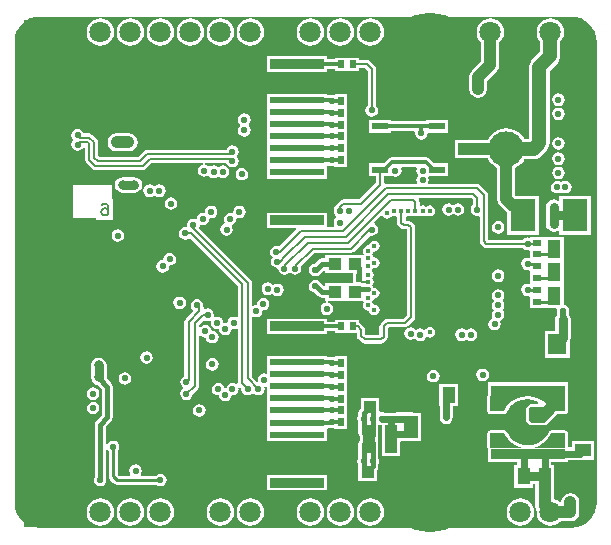
<source format=gbl>
G04 Layer_Physical_Order=6*
G04 Layer_Color=16711680*
%FSLAX44Y44*%
%MOMM*%
G71*
G01*
G75*
%ADD10R,1.4000X1.1000*%
%ADD18R,0.6350X0.5000*%
%ADD19R,0.5000X0.6350*%
%ADD21R,1.1000X1.4000*%
%ADD22R,1.1000X1.0000*%
%ADD44R,2.1590X2.7430*%
%ADD46R,1.1000X1.5000*%
%ADD47C,0.2000*%
%ADD48C,0.3000*%
%ADD49C,0.8000*%
%ADD50C,0.2500*%
%ADD51C,0.4000*%
%ADD52C,0.6000*%
%ADD53C,1.0000*%
%ADD54C,0.5500*%
%ADD56C,0.1500*%
%ADD57C,1.9000*%
%ADD58C,2.8000*%
%ADD59C,3.0000*%
%ADD60C,1.8000*%
%ADD62C,7.0000*%
%ADD63C,0.5500*%
%ADD64C,0.8000*%
%ADD65C,0.4000*%
%ADD66C,2.0000*%
%ADD68R,1.0500X2.4000*%
%ADD69R,6.3000X0.9500*%
%ADD70R,1.0000X0.4500*%
%ADD71R,1.4000X0.6000*%
%ADD72R,4.6000X0.6100*%
%ADD73R,4.6000X0.8100*%
%ADD74R,4.9000X3.0000*%
%ADD75R,1.2000X1.9000*%
%ADD76R,1.6000X1.8000*%
%ADD77C,1.2000*%
G36*
X479185Y216041D02*
X483210Y214820D01*
X486919Y212838D01*
X490170Y210170D01*
X492838Y206919D01*
X494820Y203210D01*
X496041Y199185D01*
X496446Y195074D01*
X496431Y195000D01*
Y-195000D01*
X496446Y-195074D01*
X496041Y-199185D01*
X494820Y-203210D01*
X492838Y-206919D01*
X490170Y-210170D01*
X486919Y-212838D01*
X483210Y-214820D01*
X479185Y-216041D01*
X475074Y-216446D01*
X475000Y-216431D01*
X25000D01*
X24927Y-216446D01*
X20815Y-216041D01*
X16790Y-214820D01*
X13081Y-212838D01*
X9830Y-210170D01*
X7162Y-206919D01*
X5180Y-203210D01*
X3959Y-199185D01*
X3554Y-195074D01*
X3569Y-195000D01*
Y195000D01*
X3554Y195074D01*
X3959Y199185D01*
X5180Y203210D01*
X7162Y206919D01*
X9830Y210170D01*
X13081Y212838D01*
X16790Y214820D01*
X20815Y216041D01*
X24927Y216446D01*
X25000Y216431D01*
X475000D01*
X475074Y216446D01*
X479185Y216041D01*
D02*
G37*
%LPC*%
G36*
X115343Y-66990D02*
X113295Y-67398D01*
X111558Y-68558D01*
X110398Y-70295D01*
X109990Y-72343D01*
X110398Y-74392D01*
X111558Y-76128D01*
X113295Y-77288D01*
X115343Y-77696D01*
X117392Y-77288D01*
X119128Y-76128D01*
X120288Y-74392D01*
X120696Y-72343D01*
X120288Y-70295D01*
X119128Y-68558D01*
X117392Y-67398D01*
X115343Y-66990D01*
D02*
G37*
G36*
X171000Y-72647D02*
X168952Y-73055D01*
X167215Y-74215D01*
X166055Y-75952D01*
X165647Y-78000D01*
X166055Y-80048D01*
X167215Y-81785D01*
X168952Y-82945D01*
X171000Y-83353D01*
X173048Y-82945D01*
X174785Y-81785D01*
X175945Y-80048D01*
X176353Y-78000D01*
X175945Y-75952D01*
X174785Y-74215D01*
X173048Y-73055D01*
X171000Y-72647D01*
D02*
G37*
G36*
X390000Y-47647D02*
X387952Y-48055D01*
X386215Y-49215D01*
X385785D01*
X384048Y-48055D01*
X382000Y-47647D01*
X379952Y-48055D01*
X378215Y-49215D01*
X377055Y-50952D01*
X376647Y-53000D01*
X377055Y-55048D01*
X378215Y-56785D01*
X379952Y-57945D01*
X382000Y-58353D01*
X384048Y-57945D01*
X385785Y-56785D01*
X386215D01*
X387952Y-57945D01*
X390000Y-58353D01*
X392048Y-57945D01*
X393785Y-56785D01*
X394945Y-55048D01*
X395353Y-53000D01*
X394945Y-50952D01*
X393785Y-49215D01*
X392048Y-48055D01*
X390000Y-47647D01*
D02*
G37*
G36*
X413000Y-14294D02*
X410952Y-14702D01*
X409215Y-15862D01*
X408055Y-17599D01*
X407647Y-19647D01*
X408055Y-21696D01*
X409215Y-23432D01*
Y-24215D01*
X408055Y-25952D01*
X407647Y-28000D01*
X408055Y-30048D01*
X409215Y-31785D01*
Y-32215D01*
X408055Y-33952D01*
X407647Y-36000D01*
X408055Y-38048D01*
X407448Y-39391D01*
X406215Y-40215D01*
X405055Y-41952D01*
X404647Y-44000D01*
X405055Y-46048D01*
X406215Y-47785D01*
X407952Y-48945D01*
X410000Y-49353D01*
X412048Y-48945D01*
X413785Y-47785D01*
X414945Y-46048D01*
X415353Y-44000D01*
X414945Y-41952D01*
X415552Y-40609D01*
X416785Y-39785D01*
X417945Y-38048D01*
X418353Y-36000D01*
X417945Y-33952D01*
X416785Y-32215D01*
Y-31785D01*
X417945Y-30048D01*
X418353Y-28000D01*
X417945Y-25952D01*
X416785Y-24215D01*
Y-23432D01*
X417945Y-21696D01*
X418353Y-19647D01*
X417945Y-17599D01*
X416785Y-15862D01*
X415048Y-14702D01*
X413000Y-14294D01*
D02*
G37*
G36*
X97000Y-84647D02*
X94952Y-85055D01*
X93215Y-86215D01*
X92055Y-87952D01*
X91647Y-90000D01*
X92055Y-92048D01*
X93215Y-93785D01*
X94952Y-94945D01*
X97000Y-95353D01*
X99048Y-94945D01*
X100785Y-93785D01*
X101945Y-92048D01*
X102353Y-90000D01*
X101945Y-87952D01*
X100785Y-86215D01*
X99048Y-85055D01*
X97000Y-84647D01*
D02*
G37*
G36*
X70000Y-97647D02*
X67952Y-98055D01*
X66215Y-99215D01*
X65055Y-100952D01*
X64647Y-103000D01*
X65055Y-105048D01*
X66215Y-106785D01*
X67952Y-107945D01*
X70000Y-108353D01*
X72048Y-107945D01*
X73785Y-106785D01*
X74945Y-105048D01*
X75353Y-103000D01*
X74945Y-100952D01*
X73785Y-99215D01*
X72048Y-98055D01*
X70000Y-97647D01*
D02*
G37*
G36*
X400000Y-81647D02*
X397952Y-82055D01*
X396215Y-83215D01*
X395055Y-84952D01*
X394647Y-87000D01*
X395055Y-89048D01*
X396215Y-90785D01*
X397952Y-91945D01*
X400000Y-92353D01*
X402048Y-91945D01*
X403785Y-90785D01*
X404945Y-89048D01*
X405353Y-87000D01*
X404945Y-84952D01*
X403785Y-83215D01*
X402048Y-82055D01*
X400000Y-81647D01*
D02*
G37*
G36*
X358000Y-82647D02*
X355952Y-83055D01*
X354215Y-84215D01*
X353055Y-85952D01*
X352647Y-88000D01*
X353055Y-90048D01*
X354215Y-91785D01*
X355952Y-92945D01*
X358000Y-93353D01*
X360048Y-92945D01*
X361785Y-91785D01*
X362945Y-90048D01*
X363353Y-88000D01*
X362945Y-85952D01*
X361785Y-84215D01*
X360048Y-83055D01*
X358000Y-82647D01*
D02*
G37*
G36*
X352000Y97078D02*
X352000Y97078D01*
X323000D01*
X321439Y96768D01*
X320116Y95884D01*
X320116Y95884D01*
X316232Y92000D01*
X303500D01*
Y81000D01*
X309431D01*
Y75478D01*
X295522Y61569D01*
X282000D01*
X280634Y61297D01*
X279477Y60523D01*
X276477Y57523D01*
X275703Y56366D01*
X275645Y56072D01*
X275215Y55785D01*
X274055Y54048D01*
X273647Y52000D01*
X274055Y49952D01*
X275215Y48215D01*
X275908Y47752D01*
Y46248D01*
X275215Y45785D01*
X274055Y44048D01*
X273647Y42000D01*
X274055Y39952D01*
X274242Y39671D01*
X273653Y38569D01*
X268500D01*
Y50450D01*
X217500D01*
Y37350D01*
X241670D01*
X242148Y36195D01*
X227558Y21605D01*
X227048Y21945D01*
X225000Y22353D01*
X222952Y21945D01*
X221215Y20785D01*
X220055Y19048D01*
X219647Y17000D01*
X220055Y14952D01*
X221215Y13215D01*
X222105Y12620D01*
X221055Y11048D01*
X220647Y9000D01*
X221055Y6952D01*
X222215Y5215D01*
X223952Y4055D01*
X226000Y3647D01*
X226647Y3000D01*
X227055Y952D01*
X228215Y-785D01*
X229952Y-1945D01*
X232000Y-2353D01*
X234048Y-1945D01*
X235734Y-819D01*
X236065Y-650D01*
X236935D01*
X237266Y-819D01*
X238952Y-1945D01*
X241000Y-2353D01*
X243048Y-1945D01*
X244785Y-785D01*
X245945Y952D01*
X246353Y3000D01*
X245970Y4924D01*
X257478Y16431D01*
X288000D01*
X289366Y16703D01*
X290523Y17477D01*
X304076Y31030D01*
X306000Y30647D01*
X308048Y31055D01*
X309785Y32215D01*
X310945Y33952D01*
X311353Y36000D01*
X310945Y38048D01*
X309785Y39785D01*
X308475Y40660D01*
X308150Y42103D01*
X313701Y47654D01*
X315281Y47466D01*
X315756Y46756D01*
X317244Y45761D01*
X319000Y45412D01*
X320756Y45761D01*
X322244Y46756D01*
X323017Y47913D01*
X323244Y47761D01*
X325000Y47412D01*
X326181Y47647D01*
X327431Y46824D01*
Y42000D01*
X327703Y40634D01*
X328477Y39477D01*
X330477Y37477D01*
X331634Y36703D01*
X333000Y36431D01*
X335431D01*
Y-36522D01*
X332522Y-39431D01*
X319000D01*
X317634Y-39703D01*
X316477Y-40477D01*
X313477Y-43477D01*
X312703Y-44634D01*
X312431Y-46000D01*
Y-53431D01*
X301478D01*
X300569Y-52522D01*
Y-48569D01*
X300297Y-47203D01*
X299523Y-46045D01*
X296955Y-43477D01*
X295797Y-42703D01*
X295000Y-42544D01*
Y-40325D01*
X275000D01*
Y-41822D01*
X268500D01*
Y-39350D01*
X217500D01*
Y-52450D01*
X268500D01*
Y-49978D01*
X275000D01*
Y-51675D01*
X293431D01*
Y-54000D01*
X293703Y-55366D01*
X294477Y-56523D01*
X297477Y-59523D01*
X298634Y-60297D01*
X300000Y-60569D01*
X314000D01*
X315366Y-60297D01*
X316523Y-59523D01*
X318523Y-57523D01*
X319297Y-56366D01*
X319569Y-55000D01*
Y-47478D01*
X320478Y-46569D01*
X334000D01*
X335366Y-46297D01*
X336523Y-45523D01*
X341523Y-40523D01*
X342297Y-39366D01*
X342569Y-38000D01*
Y38000D01*
X342297Y39366D01*
X341523Y40523D01*
X339523Y42523D01*
X338366Y43297D01*
X337000Y43569D01*
X334569D01*
Y46824D01*
X335819Y47647D01*
X337000Y47412D01*
X338756Y47761D01*
X340000Y48592D01*
X341244Y47761D01*
X343000Y47412D01*
X344756Y47761D01*
X346000Y48592D01*
X347244Y47761D01*
X349000Y47412D01*
X350756Y47761D01*
X352000Y48592D01*
X353244Y47761D01*
X355000Y47412D01*
X356756Y47761D01*
X358244Y48756D01*
X359239Y50244D01*
X359588Y52000D01*
X359239Y53756D01*
X358244Y55244D01*
X356756Y56239D01*
X355000Y56588D01*
X353244Y56239D01*
X352000Y55408D01*
X350756Y56239D01*
X349000Y56588D01*
X347819Y56353D01*
X346569Y57176D01*
Y59000D01*
X346297Y60366D01*
X345752Y61181D01*
X346243Y62431D01*
X390522D01*
X391431Y61522D01*
Y56930D01*
X391215Y56785D01*
X390055Y55048D01*
X389647Y53000D01*
X390055Y50952D01*
X391215Y49215D01*
X392952Y48055D01*
X395000Y47647D01*
X396181Y47882D01*
X397431Y46922D01*
Y26000D01*
X397703Y24634D01*
X398477Y23477D01*
X400477Y21477D01*
X401634Y20703D01*
X403000Y20431D01*
X434070D01*
X434215Y20215D01*
X435952Y19055D01*
X438000Y18647D01*
X439075Y18861D01*
X440325Y17851D01*
Y13149D01*
X439075Y12139D01*
X438000Y12353D01*
X435952Y11945D01*
X434215Y10785D01*
X433055Y9048D01*
X432647Y7000D01*
X433055Y4952D01*
X434215Y3215D01*
X435952Y2055D01*
X438000Y1647D01*
X439075Y1861D01*
X440325Y851D01*
Y-8850D01*
X439075Y-9861D01*
X438000Y-9647D01*
X435952Y-10055D01*
X434215Y-11215D01*
X433055Y-12952D01*
X432647Y-15000D01*
X433055Y-17048D01*
X434215Y-18785D01*
X435952Y-19945D01*
X438000Y-20353D01*
X439075Y-20139D01*
X440325Y-21149D01*
Y-30000D01*
X451675D01*
Y-30000D01*
X452500D01*
Y-30000D01*
X462301D01*
X462995Y-31250D01*
X462647Y-33000D01*
Y-36311D01*
X461877Y-37464D01*
X461373Y-40000D01*
Y-49500D01*
X452500D01*
Y-72500D01*
X473500D01*
Y-59468D01*
X474123Y-58536D01*
X474627Y-56000D01*
Y-47000D01*
Y-40000D01*
X474123Y-37464D01*
X473353Y-36311D01*
Y-33000D01*
X472945Y-30952D01*
X471785Y-29215D01*
X470048Y-28055D01*
X468500Y-27747D01*
Y-11250D01*
X468500Y-10000D01*
X468500Y-8750D01*
Y8750D01*
X468500Y10000D01*
X468500D01*
Y10000D01*
X468500D01*
Y30000D01*
X452500D01*
X452500Y30000D01*
X451675Y30000D01*
Y30000D01*
X451250Y30000D01*
X440325D01*
Y30000D01*
X439075Y29139D01*
X438000Y29353D01*
X435952Y28945D01*
X434215Y27785D01*
X434070Y27569D01*
X404569D01*
Y65000D01*
X404297Y66366D01*
X403523Y67523D01*
X397523Y73523D01*
X396366Y74297D01*
X395000Y74569D01*
X354347D01*
X353758Y75671D01*
X353945Y75952D01*
X354353Y78000D01*
X354005Y79750D01*
X354698Y81000D01*
X370500D01*
Y92000D01*
X358768D01*
X354884Y95884D01*
X353561Y96768D01*
X353302Y96819D01*
X352000Y97078D01*
D02*
G37*
G36*
X135000Y16353D02*
X132952Y15945D01*
X131215Y14785D01*
X130055Y13048D01*
X129647Y11000D01*
X128520Y10257D01*
X126952Y9945D01*
X125215Y8785D01*
X124055Y7048D01*
X123647Y5000D01*
X124055Y2952D01*
X125215Y1215D01*
X126952Y55D01*
X129000Y-353D01*
X131048Y55D01*
X132785Y1215D01*
X133945Y2952D01*
X134353Y5000D01*
X135000Y5647D01*
X137048Y6055D01*
X138785Y7215D01*
X139945Y8952D01*
X140353Y11000D01*
X139945Y13048D01*
X138785Y14785D01*
X137048Y15945D01*
X135000Y16353D01*
D02*
G37*
G36*
X91000Y36353D02*
X88952Y35945D01*
X87215Y34785D01*
X86055Y33048D01*
X85647Y31000D01*
X86055Y28952D01*
X87215Y27215D01*
X88952Y26055D01*
X91000Y25647D01*
X93048Y26055D01*
X94785Y27215D01*
X95945Y28952D01*
X96353Y31000D01*
X95945Y33048D01*
X94785Y34785D01*
X93048Y35945D01*
X91000Y36353D01*
D02*
G37*
G36*
X308200Y26588D02*
X306444Y26239D01*
X304956Y25244D01*
X303961Y23756D01*
X303709Y22487D01*
X303200Y22588D01*
X301444Y22239D01*
X299956Y21244D01*
X298961Y19756D01*
X298612Y18000D01*
X298961Y16244D01*
X299291Y15750D01*
X298623Y14500D01*
X283750D01*
X283500Y14500D01*
X282500D01*
X282250Y14500D01*
X266500D01*
Y11588D01*
X264000D01*
X262244Y11239D01*
X260756Y10244D01*
X257830Y7319D01*
X255952Y6945D01*
X254215Y5785D01*
X253055Y4048D01*
X252647Y2000D01*
X253055Y-48D01*
X254215Y-1785D01*
X255952Y-2945D01*
X258000Y-3353D01*
X260048Y-2945D01*
X261785Y-1785D01*
X262067Y-1363D01*
X262244Y-1244D01*
X265250Y1761D01*
X266500Y1244D01*
Y-500D01*
X282250D01*
X282500Y-500D01*
X283500D01*
X283750Y-500D01*
X290000D01*
Y-9500D01*
X283750D01*
X283500Y-9500D01*
X282500D01*
X282250Y-9500D01*
X266500D01*
Y-11244D01*
X265250Y-11761D01*
X262244Y-8756D01*
X262067Y-8637D01*
X261785Y-8215D01*
X260048Y-7055D01*
X258000Y-6647D01*
X255952Y-7055D01*
X254215Y-8215D01*
X253055Y-9952D01*
X252647Y-12000D01*
X253055Y-14048D01*
X254215Y-15785D01*
X255952Y-16945D01*
X257830Y-17319D01*
X260756Y-20244D01*
X262244Y-21239D01*
X264000Y-21588D01*
X266500D01*
Y-24500D01*
X267372Y-24622D01*
Y-24622D01*
D01*
X267483Y-25750D01*
X267320Y-25782D01*
X265952Y-26055D01*
X264215Y-27215D01*
X263055Y-28952D01*
X262647Y-31000D01*
X263055Y-33048D01*
X264215Y-34785D01*
X265952Y-35945D01*
X268000Y-36353D01*
X270048Y-35945D01*
X271785Y-34785D01*
X272945Y-33048D01*
X273353Y-31000D01*
X272945Y-28952D01*
X271785Y-27215D01*
X270048Y-26055D01*
X268680Y-25782D01*
X268517Y-25750D01*
X268628Y-24622D01*
X269828Y-24500D01*
X282250D01*
X282500Y-24500D01*
X283500D01*
X283750Y-24500D01*
X298423D01*
X299091Y-25750D01*
X298761Y-26244D01*
X298412Y-28000D01*
X298761Y-29756D01*
X299756Y-31244D01*
X301244Y-32239D01*
X303000Y-32588D01*
X303509Y-32487D01*
X303761Y-33756D01*
X304756Y-35244D01*
X306244Y-36239D01*
X308000Y-36588D01*
X309756Y-36239D01*
X311244Y-35244D01*
X312239Y-33756D01*
X312588Y-32000D01*
X312239Y-30244D01*
X311244Y-28756D01*
X309756Y-27761D01*
X308000Y-27412D01*
X307491Y-27513D01*
X307239Y-26244D01*
X306408Y-25000D01*
X307239Y-23756D01*
X307491Y-22487D01*
X308000Y-22588D01*
X309756Y-22239D01*
X311244Y-21244D01*
X312239Y-19756D01*
X312588Y-18000D01*
X312239Y-16244D01*
X311244Y-14756D01*
X309756Y-13761D01*
X308000Y-13412D01*
X307491Y-13513D01*
X307239Y-12244D01*
X306408Y-11000D01*
X307239Y-9756D01*
X307588Y-8000D01*
X307239Y-6244D01*
X306408Y-5000D01*
X307239Y-3756D01*
X307588Y-2000D01*
X307239Y-244D01*
X306244Y1244D01*
Y1756D01*
X307239Y3244D01*
X307308Y3589D01*
X308200Y3412D01*
X309956Y3761D01*
X311444Y4756D01*
X312439Y6244D01*
X312788Y8000D01*
X312439Y9756D01*
X311444Y11244D01*
X309956Y12239D01*
X308200Y12588D01*
X307691Y12487D01*
X307439Y13756D01*
X306608Y15000D01*
X307439Y16244D01*
X307691Y17513D01*
X308200Y17412D01*
X309956Y17761D01*
X311444Y18756D01*
X312439Y20244D01*
X312788Y22000D01*
X312439Y23756D01*
X311444Y25244D01*
X309956Y26239D01*
X308200Y26588D01*
D02*
G37*
G36*
X143393Y-20647D02*
X141345Y-21055D01*
X139608Y-22215D01*
X138448Y-23952D01*
X138041Y-26000D01*
X138448Y-28048D01*
X139608Y-29785D01*
X141345Y-30945D01*
X143393Y-31353D01*
X145442Y-30945D01*
X147178Y-29785D01*
X148339Y-28048D01*
X148746Y-26000D01*
X148339Y-23952D01*
X147178Y-22215D01*
X145442Y-21055D01*
X143393Y-20647D01*
D02*
G37*
G36*
X355000Y-46412D02*
X353244Y-46761D01*
X351756Y-47756D01*
X351273Y-48478D01*
X350047Y-48722D01*
X349048Y-48055D01*
X347000Y-47647D01*
X344952Y-48055D01*
X343380Y-49105D01*
X342785Y-48215D01*
X341048Y-47055D01*
X339000Y-46647D01*
X336952Y-47055D01*
X335215Y-48215D01*
X334055Y-49952D01*
X333647Y-52000D01*
X334055Y-54048D01*
X335215Y-55785D01*
X336952Y-56945D01*
X339000Y-57353D01*
X341048Y-56945D01*
X342620Y-55895D01*
X343215Y-56785D01*
X344952Y-57945D01*
X347000Y-58353D01*
X349048Y-57945D01*
X350785Y-56785D01*
X351945Y-55048D01*
X352571Y-54789D01*
X353244Y-55239D01*
X355000Y-55588D01*
X356756Y-55239D01*
X358244Y-54244D01*
X359239Y-52756D01*
X359588Y-51000D01*
X359239Y-49244D01*
X358244Y-47756D01*
X356756Y-46761D01*
X355000Y-46412D01*
D02*
G37*
G36*
X413000Y2353D02*
X410952Y1945D01*
X409215Y785D01*
X408055Y-952D01*
X407647Y-3000D01*
X408055Y-5048D01*
X409215Y-6785D01*
X410952Y-7945D01*
X413000Y-8353D01*
X415048Y-7945D01*
X416785Y-6785D01*
X417945Y-5048D01*
X418353Y-3000D01*
X417945Y-952D01*
X416785Y785D01*
X415048Y1945D01*
X413000Y2353D01*
D02*
G37*
G36*
X218000Y-8647D02*
X215952Y-9055D01*
X214215Y-10215D01*
X213055Y-11952D01*
X212647Y-14000D01*
X213055Y-16048D01*
X214215Y-17785D01*
X215952Y-18945D01*
X218000Y-19353D01*
X220048Y-18945D01*
X221620Y-17895D01*
X222215Y-18785D01*
X223952Y-19945D01*
X226000Y-20353D01*
X228048Y-19945D01*
X229785Y-18785D01*
X230945Y-17048D01*
X231353Y-15000D01*
X230945Y-12952D01*
X229785Y-11215D01*
X228048Y-10055D01*
X226000Y-9647D01*
X223952Y-10055D01*
X222380Y-11105D01*
X221785Y-10215D01*
X220048Y-9055D01*
X218000Y-8647D01*
D02*
G37*
G36*
X70000Y-109647D02*
X67952Y-110055D01*
X66215Y-111215D01*
X65055Y-112952D01*
X64647Y-115000D01*
X65055Y-117048D01*
X66215Y-118785D01*
X67952Y-119945D01*
X70000Y-120353D01*
X72048Y-119945D01*
X73785Y-118785D01*
X74945Y-117048D01*
X75353Y-115000D01*
X74945Y-112952D01*
X73785Y-111215D01*
X72048Y-110055D01*
X70000Y-109647D01*
D02*
G37*
G36*
X254000Y-191601D02*
X250998Y-191996D01*
X248200Y-193155D01*
X245798Y-194998D01*
X243955Y-197400D01*
X242796Y-200198D01*
X242401Y-203200D01*
X242796Y-206202D01*
X243955Y-209000D01*
X245798Y-211402D01*
X248200Y-213245D01*
X250998Y-214404D01*
X254000Y-214799D01*
X257002Y-214404D01*
X259800Y-213245D01*
X262202Y-211402D01*
X264045Y-209000D01*
X265204Y-206202D01*
X265599Y-203200D01*
X265204Y-200198D01*
X264045Y-197400D01*
X262202Y-194998D01*
X259800Y-193155D01*
X257002Y-191996D01*
X254000Y-191601D01*
D02*
G37*
G36*
X203200D02*
X200198Y-191996D01*
X197400Y-193155D01*
X194998Y-194998D01*
X193155Y-197400D01*
X191996Y-200198D01*
X191601Y-203200D01*
X191996Y-206202D01*
X193155Y-209000D01*
X194998Y-211402D01*
X197400Y-213245D01*
X200198Y-214404D01*
X203200Y-214799D01*
X206202Y-214404D01*
X209000Y-213245D01*
X211402Y-211402D01*
X213245Y-209000D01*
X214404Y-206202D01*
X214799Y-203200D01*
X214404Y-200198D01*
X213245Y-197400D01*
X211402Y-194998D01*
X209000Y-193155D01*
X206202Y-191996D01*
X203200Y-191601D01*
D02*
G37*
G36*
X304800D02*
X301798Y-191996D01*
X299000Y-193155D01*
X296598Y-194998D01*
X294755Y-197400D01*
X293596Y-200198D01*
X293201Y-203200D01*
X293596Y-206202D01*
X294755Y-209000D01*
X296598Y-211402D01*
X299000Y-213245D01*
X301798Y-214404D01*
X304800Y-214799D01*
X307802Y-214404D01*
X310600Y-213245D01*
X313002Y-211402D01*
X314845Y-209000D01*
X316004Y-206202D01*
X316399Y-203200D01*
X316004Y-200198D01*
X314845Y-197400D01*
X313002Y-194998D01*
X310600Y-193155D01*
X307802Y-191996D01*
X304800Y-191601D01*
D02*
G37*
G36*
X279400D02*
X276398Y-191996D01*
X273600Y-193155D01*
X271198Y-194998D01*
X269355Y-197400D01*
X268196Y-200198D01*
X267801Y-203200D01*
X268196Y-206202D01*
X269355Y-209000D01*
X271198Y-211402D01*
X273600Y-213245D01*
X276398Y-214404D01*
X279400Y-214799D01*
X282402Y-214404D01*
X285200Y-213245D01*
X287602Y-211402D01*
X289445Y-209000D01*
X290604Y-206202D01*
X290999Y-203200D01*
X290604Y-200198D01*
X289445Y-197400D01*
X287602Y-194998D01*
X285200Y-193155D01*
X282402Y-191996D01*
X279400Y-191601D01*
D02*
G37*
G36*
X101600D02*
X98598Y-191996D01*
X95800Y-193155D01*
X93398Y-194998D01*
X91555Y-197400D01*
X90396Y-200198D01*
X90001Y-203200D01*
X90396Y-206202D01*
X91555Y-209000D01*
X93398Y-211402D01*
X95800Y-213245D01*
X98598Y-214404D01*
X101600Y-214799D01*
X104602Y-214404D01*
X107400Y-213245D01*
X109802Y-211402D01*
X111645Y-209000D01*
X112804Y-206202D01*
X113199Y-203200D01*
X112804Y-200198D01*
X111645Y-197400D01*
X109802Y-194998D01*
X107400Y-193155D01*
X104602Y-191996D01*
X101600Y-191601D01*
D02*
G37*
G36*
X76200D02*
X73198Y-191996D01*
X70400Y-193155D01*
X67998Y-194998D01*
X66155Y-197400D01*
X64996Y-200198D01*
X64601Y-203200D01*
X64996Y-206202D01*
X66155Y-209000D01*
X67998Y-211402D01*
X70400Y-213245D01*
X73198Y-214404D01*
X76200Y-214799D01*
X79202Y-214404D01*
X82000Y-213245D01*
X84402Y-211402D01*
X86245Y-209000D01*
X87404Y-206202D01*
X87799Y-203200D01*
X87404Y-200198D01*
X86245Y-197400D01*
X84402Y-194998D01*
X82000Y-193155D01*
X79202Y-191996D01*
X76200Y-191601D01*
D02*
G37*
G36*
X177800D02*
X174798Y-191996D01*
X172000Y-193155D01*
X169598Y-194998D01*
X167755Y-197400D01*
X166596Y-200198D01*
X166201Y-203200D01*
X166596Y-206202D01*
X167755Y-209000D01*
X169598Y-211402D01*
X172000Y-213245D01*
X174798Y-214404D01*
X177800Y-214799D01*
X180802Y-214404D01*
X183600Y-213245D01*
X186002Y-211402D01*
X187845Y-209000D01*
X189004Y-206202D01*
X189399Y-203200D01*
X189004Y-200198D01*
X187845Y-197400D01*
X186002Y-194998D01*
X183600Y-193155D01*
X180802Y-191996D01*
X177800Y-191601D01*
D02*
G37*
G36*
X127000D02*
X123998Y-191996D01*
X121200Y-193155D01*
X118798Y-194998D01*
X116955Y-197400D01*
X115796Y-200198D01*
X115401Y-203200D01*
X115796Y-206202D01*
X116955Y-209000D01*
X118798Y-211402D01*
X121200Y-213245D01*
X123998Y-214404D01*
X127000Y-214799D01*
X130002Y-214404D01*
X132800Y-213245D01*
X135202Y-211402D01*
X137045Y-209000D01*
X138204Y-206202D01*
X138599Y-203200D01*
X138204Y-200198D01*
X137045Y-197400D01*
X135202Y-194998D01*
X132800Y-193155D01*
X130002Y-191996D01*
X127000Y-191601D01*
D02*
G37*
G36*
X472000Y-93000D02*
X404000D01*
Y-104754D01*
X403951Y-105000D01*
Y-117500D01*
X404145Y-118475D01*
X404698Y-119302D01*
X405525Y-119855D01*
X406500Y-120049D01*
X418000D01*
X418401Y-119969D01*
X418806Y-119918D01*
X418886Y-119873D01*
X418975Y-119855D01*
X419315Y-119628D01*
X419670Y-119426D01*
X419726Y-119353D01*
X419802Y-119302D01*
X420029Y-118963D01*
X420280Y-118640D01*
X421209Y-116782D01*
X422045Y-115527D01*
X424268Y-112861D01*
X426029Y-111539D01*
X426151Y-111404D01*
X426302Y-111302D01*
X426561Y-111044D01*
X429587Y-109315D01*
X433073Y-108007D01*
X437989Y-107561D01*
X442464Y-108008D01*
X445022Y-108861D01*
X446538Y-109619D01*
X446926Y-111210D01*
X446794Y-111392D01*
X442000D01*
X439854Y-111819D01*
X438035Y-113035D01*
X436819Y-114854D01*
X436392Y-117000D01*
Y-124000D01*
X436819Y-126146D01*
X438035Y-127965D01*
X439854Y-129181D01*
X442000Y-129608D01*
X442500Y-129508D01*
X443000Y-129608D01*
X449000D01*
X450000Y-129409D01*
X451000Y-129608D01*
X453146Y-129181D01*
X454965Y-127965D01*
X462882Y-120049D01*
X469500D01*
X470475Y-119855D01*
X471302Y-119302D01*
X471855Y-118475D01*
X472049Y-117500D01*
Y-105000D01*
X472000Y-104754D01*
Y-93000D01*
D02*
G37*
G36*
X469500Y-133951D02*
X458000D01*
X457752Y-134000D01*
X457500Y-134001D01*
X457270Y-134096D01*
X457025Y-134145D01*
X456815Y-134285D01*
X456582Y-134382D01*
X456405Y-134559D01*
X456198Y-134698D01*
X456057Y-134907D01*
X455879Y-135086D01*
X454879Y-136586D01*
X454856Y-136643D01*
X454814Y-136689D01*
X453476Y-138919D01*
X449439Y-142956D01*
X446454Y-144662D01*
X442464Y-145992D01*
X438014Y-146437D01*
X433952Y-145986D01*
X432286Y-145569D01*
X430045Y-144673D01*
X428140Y-143720D01*
X426510Y-142905D01*
X422981Y-139376D01*
X421121Y-136586D01*
X420121Y-135086D01*
X419943Y-134907D01*
X419802Y-134698D01*
X419595Y-134559D01*
X419418Y-134382D01*
X419185Y-134285D01*
X418975Y-134145D01*
X418731Y-134096D01*
X418500Y-134001D01*
X418247Y-134000D01*
X418000Y-133951D01*
X406500D01*
X405525Y-134145D01*
X404698Y-134698D01*
X404145Y-135525D01*
X403951Y-136500D01*
Y-149000D01*
X404000Y-149246D01*
Y-161000D01*
X429142D01*
Y-163500D01*
X426750D01*
Y-182500D01*
X442750D01*
Y-179627D01*
X444250D01*
Y-182500D01*
X444603D01*
Y-198250D01*
X444603Y-198250D01*
X445185Y-201176D01*
X445755Y-202029D01*
X445601Y-203200D01*
X445996Y-206202D01*
X447155Y-209000D01*
X448998Y-211402D01*
X451400Y-213245D01*
X454198Y-214404D01*
X457200Y-214799D01*
X460202Y-214404D01*
X463000Y-213245D01*
X465402Y-211402D01*
X465828Y-210847D01*
X474000D01*
X476926Y-210265D01*
X479407Y-208607D01*
X481065Y-206126D01*
X481647Y-203200D01*
Y-195000D01*
X481065Y-192074D01*
X479407Y-189593D01*
X476926Y-187935D01*
X474000Y-187353D01*
X471074Y-187935D01*
X468593Y-189593D01*
X466935Y-192074D01*
X466482Y-194352D01*
X466095Y-194584D01*
X465134Y-194793D01*
X463000Y-193155D01*
X460202Y-191996D01*
X459897Y-191956D01*
Y-182500D01*
X460250D01*
Y-163500D01*
X457858D01*
Y-161000D01*
X472000D01*
Y-159358D01*
X482000D01*
X484146Y-158931D01*
X484417Y-158750D01*
X494500D01*
Y-142750D01*
X475500D01*
Y-148142D01*
X472049D01*
Y-136500D01*
X471855Y-135525D01*
X471302Y-134698D01*
X470475Y-134145D01*
X469500Y-133951D01*
D02*
G37*
G36*
X160000Y-111647D02*
X157952Y-112055D01*
X156215Y-113215D01*
X155055Y-114952D01*
X154647Y-117000D01*
X155055Y-119048D01*
X156215Y-120785D01*
X157952Y-121945D01*
X160000Y-122353D01*
X162048Y-121945D01*
X163785Y-120785D01*
X164945Y-119048D01*
X165353Y-117000D01*
X164945Y-114952D01*
X163785Y-113215D01*
X162048Y-112055D01*
X160000Y-111647D01*
D02*
G37*
G36*
X379000Y-94500D02*
X363000D01*
Y-113500D01*
X363392D01*
Y-123000D01*
X363819Y-125146D01*
X365035Y-126965D01*
X366854Y-128181D01*
X369000Y-128608D01*
X371146Y-128181D01*
X372965Y-126965D01*
X374181Y-125146D01*
X374608Y-123000D01*
Y-113500D01*
X379000D01*
Y-94500D01*
D02*
G37*
G36*
X268500Y-171550D02*
X217500D01*
Y-184650D01*
X268500D01*
Y-171550D01*
D02*
G37*
G36*
X431800Y-191601D02*
X428798Y-191996D01*
X426000Y-193155D01*
X423598Y-194998D01*
X421755Y-197400D01*
X420596Y-200198D01*
X420201Y-203200D01*
X420596Y-206202D01*
X421755Y-209000D01*
X423598Y-211402D01*
X426000Y-213245D01*
X428798Y-214404D01*
X431800Y-214799D01*
X434802Y-214404D01*
X437600Y-213245D01*
X440002Y-211402D01*
X441845Y-209000D01*
X443004Y-206202D01*
X443399Y-203200D01*
X443004Y-200198D01*
X441845Y-197400D01*
X440002Y-194998D01*
X437600Y-193155D01*
X434802Y-191996D01*
X431800Y-191601D01*
D02*
G37*
G36*
X312500Y-106500D02*
X296500D01*
Y-115511D01*
X295756Y-116256D01*
X294761Y-117744D01*
X294412Y-119500D01*
Y-121417D01*
X294055Y-121952D01*
X293647Y-124000D01*
X294055Y-126048D01*
X294412Y-126583D01*
Y-136250D01*
X294761Y-138006D01*
X295756Y-139494D01*
X296000Y-139739D01*
Y-142261D01*
X295756Y-142506D01*
X294761Y-143994D01*
X294412Y-145750D01*
Y-157417D01*
X294055Y-157952D01*
X293647Y-160000D01*
X294055Y-162048D01*
X294412Y-162583D01*
Y-165500D01*
X294500Y-165943D01*
Y-176500D01*
X310500D01*
Y-167362D01*
X311239Y-166256D01*
X311588Y-164500D01*
Y-162583D01*
X311945Y-162048D01*
X312353Y-160000D01*
X311945Y-157952D01*
X311588Y-157417D01*
Y-144250D01*
X311500Y-143807D01*
Y-138193D01*
X311588Y-137750D01*
Y-129661D01*
X312691Y-129072D01*
X312854Y-129181D01*
X314500Y-129508D01*
Y-155500D01*
X330000D01*
Y-144043D01*
X330500Y-143000D01*
X347500D01*
Y-119000D01*
X341417D01*
X341146Y-118819D01*
X339000Y-118392D01*
X315000D01*
X313750Y-118641D01*
X312500Y-117667D01*
Y-106500D01*
D02*
G37*
G36*
X75000Y-72373D02*
X72464Y-72877D01*
X70314Y-74314D01*
X68877Y-76464D01*
X68373Y-79000D01*
Y-89000D01*
X68877Y-91536D01*
X70314Y-93686D01*
X72464Y-95123D01*
X73925Y-95413D01*
X77412Y-98900D01*
Y-121100D01*
X72756Y-125756D01*
X71761Y-127244D01*
X71412Y-129000D01*
Y-173417D01*
X71055Y-173951D01*
X70647Y-176000D01*
X71055Y-178048D01*
X72215Y-179785D01*
X73952Y-180945D01*
X76000Y-181353D01*
X78048Y-180945D01*
X79785Y-179785D01*
X80945Y-178048D01*
X81353Y-176000D01*
X80945Y-173951D01*
X80588Y-173417D01*
Y-149083D01*
X81838Y-148960D01*
X82055Y-150048D01*
X83177Y-151728D01*
Y-173000D01*
X83468Y-174463D01*
X84296Y-175704D01*
X87296Y-178704D01*
X88537Y-179532D01*
X90000Y-179823D01*
X123272D01*
X124952Y-180945D01*
X127000Y-181353D01*
X129048Y-180945D01*
X130785Y-179785D01*
X131945Y-178048D01*
X132353Y-176000D01*
X131945Y-173952D01*
X130785Y-172215D01*
X129048Y-171055D01*
X127000Y-170647D01*
X124952Y-171055D01*
X123272Y-172177D01*
X111027D01*
X110359Y-170927D01*
X110945Y-170048D01*
X111353Y-168000D01*
X110945Y-165952D01*
X109785Y-164215D01*
X108048Y-163055D01*
X106000Y-162647D01*
X103952Y-163055D01*
X102215Y-164215D01*
X101055Y-165952D01*
X100647Y-168000D01*
X101055Y-170048D01*
X101641Y-170927D01*
X100973Y-172177D01*
X91584D01*
X90823Y-171416D01*
Y-151728D01*
X91945Y-150048D01*
X92353Y-148000D01*
X91945Y-145951D01*
X90785Y-144215D01*
X89048Y-143055D01*
X87000Y-142647D01*
X84952Y-143055D01*
X83215Y-144215D01*
X82055Y-145951D01*
X81838Y-147040D01*
X80588Y-146917D01*
Y-130900D01*
X85244Y-126244D01*
X86239Y-124756D01*
X86588Y-123000D01*
Y-97000D01*
X86239Y-95244D01*
X85244Y-93756D01*
X81438Y-89950D01*
X81627Y-89000D01*
Y-79000D01*
X81123Y-76464D01*
X79686Y-74314D01*
X77536Y-72877D01*
X75000Y-72373D01*
D02*
G37*
G36*
X413000Y43353D02*
X410952Y42945D01*
X409215Y41785D01*
X408055Y40048D01*
X407647Y38000D01*
X408055Y35952D01*
X409215Y34215D01*
X410952Y33055D01*
X413000Y32647D01*
X415048Y33055D01*
X416785Y34215D01*
X417945Y35952D01*
X418353Y38000D01*
X417945Y40048D01*
X416785Y41785D01*
X415048Y42945D01*
X413000Y43353D01*
D02*
G37*
G36*
X268500Y182650D02*
X217500D01*
Y169550D01*
X268500D01*
Y172022D01*
X275000D01*
Y170325D01*
X295000D01*
Y172431D01*
X300522D01*
X302431Y170522D01*
Y140930D01*
X302215Y140785D01*
X301055Y139048D01*
X300647Y137000D01*
X301055Y134952D01*
X302215Y133215D01*
X303952Y132055D01*
X306000Y131647D01*
X308048Y132055D01*
X309785Y133215D01*
X310945Y134952D01*
X311353Y137000D01*
X310945Y139048D01*
X309785Y140785D01*
X309569Y140930D01*
Y172000D01*
X309297Y173366D01*
X308523Y174523D01*
X304523Y178523D01*
X303366Y179297D01*
X302000Y179569D01*
X295000D01*
Y181675D01*
X275000D01*
Y180178D01*
X268500D01*
Y182650D01*
D02*
G37*
G36*
X464000Y139353D02*
X461952Y138945D01*
X460215Y137785D01*
X459055Y136048D01*
X458647Y134000D01*
X459055Y131952D01*
X460215Y130215D01*
X461952Y129055D01*
X464000Y128647D01*
X466048Y129055D01*
X467785Y130215D01*
X468945Y131952D01*
X469353Y134000D01*
X468945Y136048D01*
X467785Y137785D01*
X466048Y138945D01*
X464000Y139353D01*
D02*
G37*
G36*
X406400Y214799D02*
X403398Y214404D01*
X400600Y213245D01*
X398198Y211402D01*
X396355Y209000D01*
X395196Y206202D01*
X394801Y203200D01*
X395196Y200198D01*
X396355Y197400D01*
X398198Y194998D01*
X398753Y194572D01*
Y178568D01*
X390593Y170407D01*
X388935Y167926D01*
X388353Y165000D01*
X388353Y165000D01*
Y155000D01*
X388935Y152074D01*
X390593Y149593D01*
X393074Y147935D01*
X396000Y147353D01*
X398926Y147935D01*
X401407Y149593D01*
X403065Y152074D01*
X403647Y155000D01*
Y161833D01*
X411807Y169993D01*
X411807Y169993D01*
X413465Y172474D01*
X414047Y175400D01*
Y194572D01*
X414602Y194998D01*
X416445Y197400D01*
X417604Y200198D01*
X417999Y203200D01*
X417604Y206202D01*
X416445Y209000D01*
X414602Y211402D01*
X412200Y213245D01*
X409402Y214404D01*
X406400Y214799D01*
D02*
G37*
G36*
X464000Y151353D02*
X461952Y150945D01*
X460215Y149785D01*
X459055Y148048D01*
X458647Y146000D01*
X459055Y143952D01*
X460215Y142215D01*
X461952Y141055D01*
X464000Y140647D01*
X466048Y141055D01*
X467785Y142215D01*
X468945Y143952D01*
X469353Y146000D01*
X468945Y148048D01*
X467785Y149785D01*
X466048Y150945D01*
X464000Y151353D01*
D02*
G37*
G36*
X457200Y214799D02*
X454198Y214404D01*
X451400Y213245D01*
X448998Y211402D01*
X447155Y209000D01*
X445996Y206202D01*
X445601Y203200D01*
X445996Y200198D01*
X447155Y197400D01*
X448627Y195482D01*
Y186751D01*
X441938Y180062D01*
X440575Y178287D01*
X439719Y176219D01*
X439427Y174000D01*
Y112773D01*
X435261D01*
X434621Y113969D01*
X432434Y116634D01*
X429770Y118821D01*
X426729Y120446D01*
X423431Y121447D01*
X420000Y121785D01*
X416569Y121447D01*
X413271Y120446D01*
X410230Y118821D01*
X407566Y116634D01*
X405379Y113969D01*
X404271Y111897D01*
X395500D01*
Y112250D01*
X376500D01*
Y96250D01*
X395500D01*
Y96603D01*
X404218D01*
X405379Y94431D01*
X407566Y91766D01*
X410230Y89579D01*
X412353Y88444D01*
Y61900D01*
X412353Y61900D01*
X412935Y58974D01*
X414593Y56493D01*
X420605Y50481D01*
Y31785D01*
X447195D01*
Y64215D01*
X428499D01*
X427647Y65068D01*
Y88444D01*
X429770Y89579D01*
X432434Y91766D01*
X434621Y94431D01*
X435261Y95627D01*
X443200D01*
X445419Y95919D01*
X447487Y96775D01*
X449262Y98138D01*
X454062Y102938D01*
X455425Y104713D01*
X456281Y106781D01*
X456573Y109000D01*
Y170449D01*
X463262Y177138D01*
X464625Y178913D01*
X465481Y180981D01*
X465773Y183200D01*
Y195482D01*
X467245Y197400D01*
X468404Y200198D01*
X468799Y203200D01*
X468404Y206202D01*
X467245Y209000D01*
X465402Y211402D01*
X463000Y213245D01*
X460202Y214404D01*
X457200Y214799D01*
D02*
G37*
G36*
X464000Y114353D02*
X461952Y113945D01*
X460215Y112785D01*
X459055Y111048D01*
X458647Y109000D01*
X459055Y106952D01*
X460215Y105215D01*
X461952Y104055D01*
X464000Y103647D01*
X466048Y104055D01*
X467785Y105215D01*
X468945Y106952D01*
X469353Y109000D01*
X468945Y111048D01*
X467785Y112785D01*
X466048Y113945D01*
X464000Y114353D01*
D02*
G37*
G36*
X370500Y129000D02*
X351500D01*
Y127578D01*
X322500D01*
Y129000D01*
X303500D01*
Y118000D01*
X322500D01*
Y119422D01*
X342015D01*
X342808Y118455D01*
X342647Y117647D01*
X343055Y115599D01*
X344215Y113862D01*
X345952Y112702D01*
X348000Y112294D01*
X350048Y112702D01*
X351785Y113862D01*
X352945Y115599D01*
X353353Y117647D01*
X353642Y118000D01*
X370500D01*
Y129000D01*
D02*
G37*
G36*
X198000Y134353D02*
X195952Y133945D01*
X194215Y132785D01*
X193055Y131048D01*
X192647Y129000D01*
X193055Y126952D01*
X194181Y125266D01*
X194350Y124935D01*
Y124065D01*
X194181Y123734D01*
X193055Y122048D01*
X192647Y120000D01*
X193055Y117952D01*
X194215Y116215D01*
X195952Y115055D01*
X198000Y114647D01*
X200048Y115055D01*
X201785Y116215D01*
X202945Y117952D01*
X203353Y120000D01*
X202945Y122048D01*
X201819Y123734D01*
X201650Y124065D01*
Y124935D01*
X201819Y125266D01*
X202945Y126952D01*
X203353Y129000D01*
X202945Y131048D01*
X201785Y132785D01*
X200048Y133945D01*
X198000Y134353D01*
D02*
G37*
G36*
X76200Y214799D02*
X73198Y214404D01*
X70400Y213245D01*
X67998Y211402D01*
X66155Y209000D01*
X64996Y206202D01*
X64601Y203200D01*
X64996Y200198D01*
X66155Y197400D01*
X67998Y194998D01*
X70400Y193155D01*
X73198Y191996D01*
X76200Y191601D01*
X79202Y191996D01*
X82000Y193155D01*
X84402Y194998D01*
X86245Y197400D01*
X87404Y200198D01*
X87799Y203200D01*
X87404Y206202D01*
X86245Y209000D01*
X84402Y211402D01*
X82000Y213245D01*
X79202Y214404D01*
X76200Y214799D01*
D02*
G37*
G36*
X254000D02*
X250998Y214404D01*
X248200Y213245D01*
X245798Y211402D01*
X243955Y209000D01*
X242796Y206202D01*
X242401Y203200D01*
X242796Y200198D01*
X243955Y197400D01*
X245798Y194998D01*
X248200Y193155D01*
X250998Y191996D01*
X254000Y191601D01*
X257002Y191996D01*
X259800Y193155D01*
X262202Y194998D01*
X264045Y197400D01*
X265204Y200198D01*
X265599Y203200D01*
X265204Y206202D01*
X264045Y209000D01*
X262202Y211402D01*
X259800Y213245D01*
X257002Y214404D01*
X254000Y214799D01*
D02*
G37*
G36*
X203200D02*
X200198Y214404D01*
X197400Y213245D01*
X194998Y211402D01*
X193155Y209000D01*
X191996Y206202D01*
X191601Y203200D01*
X191996Y200198D01*
X193155Y197400D01*
X194998Y194998D01*
X197400Y193155D01*
X200198Y191996D01*
X203200Y191601D01*
X206202Y191996D01*
X209000Y193155D01*
X211402Y194998D01*
X213245Y197400D01*
X214404Y200198D01*
X214799Y203200D01*
X214404Y206202D01*
X213245Y209000D01*
X211402Y211402D01*
X209000Y213245D01*
X206202Y214404D01*
X203200Y214799D01*
D02*
G37*
G36*
X304800D02*
X301798Y214404D01*
X299000Y213245D01*
X296598Y211402D01*
X294755Y209000D01*
X293596Y206202D01*
X293201Y203200D01*
X293596Y200198D01*
X294755Y197400D01*
X296598Y194998D01*
X299000Y193155D01*
X301798Y191996D01*
X304800Y191601D01*
X307802Y191996D01*
X310600Y193155D01*
X313002Y194998D01*
X314845Y197400D01*
X316004Y200198D01*
X316399Y203200D01*
X316004Y206202D01*
X314845Y209000D01*
X313002Y211402D01*
X310600Y213245D01*
X307802Y214404D01*
X304800Y214799D01*
D02*
G37*
G36*
X279400D02*
X276398Y214404D01*
X273600Y213245D01*
X271198Y211402D01*
X269355Y209000D01*
X268196Y206202D01*
X267801Y203200D01*
X268196Y200198D01*
X269355Y197400D01*
X271198Y194998D01*
X273600Y193155D01*
X276398Y191996D01*
X279400Y191601D01*
X282402Y191996D01*
X285200Y193155D01*
X287602Y194998D01*
X289445Y197400D01*
X290604Y200198D01*
X290999Y203200D01*
X290604Y206202D01*
X289445Y209000D01*
X287602Y211402D01*
X285200Y213245D01*
X282402Y214404D01*
X279400Y214799D01*
D02*
G37*
G36*
X127000D02*
X123998Y214404D01*
X121200Y213245D01*
X118798Y211402D01*
X116955Y209000D01*
X115796Y206202D01*
X115401Y203200D01*
X115796Y200198D01*
X116955Y197400D01*
X118798Y194998D01*
X121200Y193155D01*
X123998Y191996D01*
X127000Y191601D01*
X130002Y191996D01*
X132800Y193155D01*
X135202Y194998D01*
X137045Y197400D01*
X138204Y200198D01*
X138599Y203200D01*
X138204Y206202D01*
X137045Y209000D01*
X135202Y211402D01*
X132800Y213245D01*
X130002Y214404D01*
X127000Y214799D01*
D02*
G37*
G36*
X101600D02*
X98598Y214404D01*
X95800Y213245D01*
X93398Y211402D01*
X91555Y209000D01*
X90396Y206202D01*
X90001Y203200D01*
X90396Y200198D01*
X91555Y197400D01*
X93398Y194998D01*
X95800Y193155D01*
X98598Y191996D01*
X101600Y191601D01*
X104602Y191996D01*
X107400Y193155D01*
X109802Y194998D01*
X111645Y197400D01*
X112804Y200198D01*
X113199Y203200D01*
X112804Y206202D01*
X111645Y209000D01*
X109802Y211402D01*
X107400Y213245D01*
X104602Y214404D01*
X101600Y214799D01*
D02*
G37*
G36*
X177800D02*
X174798Y214404D01*
X172000Y213245D01*
X169598Y211402D01*
X167755Y209000D01*
X166596Y206202D01*
X166201Y203200D01*
X166596Y200198D01*
X167755Y197400D01*
X169598Y194998D01*
X172000Y193155D01*
X174798Y191996D01*
X177800Y191601D01*
X180802Y191996D01*
X183600Y193155D01*
X186002Y194998D01*
X187845Y197400D01*
X189004Y200198D01*
X189399Y203200D01*
X189004Y206202D01*
X187845Y209000D01*
X186002Y211402D01*
X183600Y213245D01*
X180802Y214404D01*
X177800Y214799D01*
D02*
G37*
G36*
X152400D02*
X149398Y214404D01*
X146600Y213245D01*
X144198Y211402D01*
X142355Y209000D01*
X141196Y206202D01*
X140801Y203200D01*
X141196Y200198D01*
X142355Y197400D01*
X144198Y194998D01*
X146600Y193155D01*
X149398Y191996D01*
X152400Y191601D01*
X155402Y191996D01*
X158200Y193155D01*
X160602Y194998D01*
X162445Y197400D01*
X163604Y200198D01*
X163999Y203200D01*
X163604Y206202D01*
X162445Y209000D01*
X160602Y211402D01*
X158200Y213245D01*
X155402Y214404D01*
X152400Y214799D01*
D02*
G37*
G36*
X105000Y80627D02*
X95000D01*
X92464Y80123D01*
X90314Y78686D01*
X88877Y76536D01*
X88373Y74000D01*
X88877Y71464D01*
X90314Y69314D01*
X92464Y67877D01*
X95000Y67373D01*
X105000D01*
X107536Y67877D01*
X109686Y69314D01*
X111123Y71464D01*
X111627Y74000D01*
X111123Y76536D01*
X109686Y78686D01*
X107536Y80123D01*
X105000Y80627D01*
D02*
G37*
G36*
X491395Y64215D02*
X464805D01*
Y61110D01*
X463555Y60442D01*
X462536Y61123D01*
X460000Y61627D01*
X457464Y61123D01*
X455314Y59686D01*
X453877Y57536D01*
X453373Y55000D01*
Y48000D01*
Y41000D01*
X453877Y38464D01*
X455314Y36314D01*
X457464Y34877D01*
X460000Y34373D01*
X462536Y34877D01*
X463555Y35558D01*
X464805Y34890D01*
Y31785D01*
X491395D01*
Y64215D01*
D02*
G37*
G36*
X126000Y74353D02*
X123952Y73945D01*
X122215Y72785D01*
X121785D01*
X120048Y73945D01*
X118000Y74353D01*
X115952Y73945D01*
X114215Y72785D01*
X113055Y71048D01*
X112647Y69000D01*
X113055Y66952D01*
X114215Y65215D01*
X115952Y64055D01*
X118000Y63647D01*
X120048Y64055D01*
X121785Y65215D01*
X122215D01*
X123952Y64055D01*
X126000Y63647D01*
X128048Y64055D01*
X129785Y65215D01*
X130945Y66952D01*
X131353Y69000D01*
X130945Y71048D01*
X129785Y72785D01*
X128048Y73945D01*
X126000Y74353D01*
D02*
G37*
G36*
X196000Y88353D02*
X193952Y87945D01*
X192215Y86785D01*
X191055Y85048D01*
X190647Y83000D01*
X191055Y80952D01*
X192215Y79215D01*
X193952Y78055D01*
X196000Y77647D01*
X198048Y78055D01*
X199785Y79215D01*
X200945Y80952D01*
X201353Y83000D01*
X200945Y85048D01*
X199785Y86785D01*
X198048Y87945D01*
X196000Y88353D01*
D02*
G37*
G36*
X470000Y77353D02*
X467952Y76945D01*
X466500Y75975D01*
X465048Y76945D01*
X463000Y77353D01*
X460952Y76945D01*
X459215Y75785D01*
X458055Y74048D01*
X457647Y72000D01*
X458055Y69952D01*
X459215Y68215D01*
X460952Y67055D01*
X463000Y66647D01*
X465048Y67055D01*
X466500Y68025D01*
X467952Y67055D01*
X470000Y66647D01*
X472048Y67055D01*
X473785Y68215D01*
X474945Y69952D01*
X475353Y72000D01*
X474945Y74048D01*
X473785Y75785D01*
X472048Y76945D01*
X470000Y77353D01*
D02*
G37*
G36*
X194000Y56353D02*
X191952Y55945D01*
X190215Y54785D01*
X189055Y53048D01*
X188647Y51000D01*
X188662Y50924D01*
X187563Y50042D01*
X186000Y50353D01*
X183952Y49945D01*
X182215Y48785D01*
X181055Y47048D01*
X180647Y45000D01*
X181055Y42952D01*
X181474Y42324D01*
X180951Y40945D01*
X179215Y39785D01*
X178055Y38048D01*
X177647Y36000D01*
X178055Y33952D01*
X179215Y32215D01*
X180952Y31055D01*
X183000Y30647D01*
X185048Y31055D01*
X186785Y32215D01*
X187945Y33952D01*
X188353Y36000D01*
X187945Y38048D01*
X187526Y38676D01*
X188048Y40055D01*
X189785Y41215D01*
X190945Y42952D01*
X191353Y45000D01*
X191338Y45076D01*
X192437Y45958D01*
X194000Y45647D01*
X196048Y46055D01*
X197785Y47215D01*
X198945Y48952D01*
X199353Y51000D01*
X198945Y53048D01*
X197785Y54785D01*
X196048Y55945D01*
X194000Y56353D01*
D02*
G37*
G36*
X86000Y74000D02*
X53000D01*
Y46000D01*
X72811D01*
Y44000D01*
X87000D01*
Y61998D01*
X86000D01*
Y74000D01*
D02*
G37*
G36*
X170000Y56353D02*
X167952Y55945D01*
X166215Y54785D01*
X165055Y53048D01*
X164704Y51288D01*
X163765Y50201D01*
X163000Y50353D01*
X160952Y49945D01*
X159215Y48785D01*
X158055Y47048D01*
X157831Y45926D01*
X157113Y45027D01*
X156481Y45058D01*
X155000Y45353D01*
X152952Y44945D01*
X151215Y43785D01*
X150055Y42048D01*
X149647Y40000D01*
X149792Y39271D01*
X148729Y38208D01*
X148000Y38353D01*
X145952Y37945D01*
X144215Y36785D01*
X143055Y35048D01*
X142647Y33000D01*
X143055Y30952D01*
X144215Y29215D01*
X145952Y28055D01*
X148000Y27647D01*
X150048Y28055D01*
X151757Y29196D01*
X192431Y-11478D01*
Y-37653D01*
X191329Y-38242D01*
X191048Y-38055D01*
X189000Y-37647D01*
X186952Y-38055D01*
X185215Y-39215D01*
X184055Y-40952D01*
X183652Y-42976D01*
X182000Y-42647D01*
X180348Y-42976D01*
X179945Y-40952D01*
X178785Y-39215D01*
X177048Y-38055D01*
X175000Y-37647D01*
X173230Y-37999D01*
X172444Y-37460D01*
X172135Y-37097D01*
X172353Y-36000D01*
X171945Y-33952D01*
X170785Y-32215D01*
X169048Y-31055D01*
X167000Y-30647D01*
X164952Y-31055D01*
X164671Y-31242D01*
X163569Y-30653D01*
Y-30000D01*
X163297Y-28634D01*
X163243Y-28553D01*
X163353Y-28000D01*
X162945Y-25952D01*
X161785Y-24215D01*
X160048Y-23055D01*
X158000Y-22647D01*
X155952Y-23055D01*
X154215Y-24215D01*
X153055Y-25952D01*
X152647Y-28000D01*
X153055Y-30048D01*
X154215Y-31785D01*
X154567Y-32020D01*
X154689Y-33264D01*
X148477Y-39477D01*
X147703Y-40634D01*
X147431Y-42000D01*
Y-87959D01*
X146952Y-88055D01*
X145215Y-89215D01*
X144055Y-90952D01*
X143647Y-93000D01*
X144055Y-95048D01*
X145215Y-96785D01*
X145908Y-97248D01*
Y-98752D01*
X145215Y-99215D01*
X144055Y-100952D01*
X143647Y-103000D01*
X144055Y-105048D01*
X145215Y-106785D01*
X146952Y-107945D01*
X149000Y-108353D01*
X151048Y-107945D01*
X152785Y-106785D01*
X153945Y-105048D01*
X154353Y-103000D01*
X154302Y-102745D01*
X158523Y-98523D01*
X159297Y-97366D01*
X159569Y-96000D01*
Y-53571D01*
X160819Y-53192D01*
X161215Y-53785D01*
X162952Y-54945D01*
X165000Y-55353D01*
X165690Y-55216D01*
X166055Y-57048D01*
X167215Y-58785D01*
X168952Y-59945D01*
X171000Y-60353D01*
X173048Y-59945D01*
X174785Y-58785D01*
X175945Y-57048D01*
X176353Y-55000D01*
X175945Y-52952D01*
X174785Y-51215D01*
X173048Y-50055D01*
X171000Y-49647D01*
X170310Y-49784D01*
X169945Y-47952D01*
X168785Y-46215D01*
X167048Y-45055D01*
X165000Y-44647D01*
X162952Y-45055D01*
X161215Y-46215D01*
X160819Y-46808D01*
X159569Y-46429D01*
Y-44831D01*
X164054Y-40346D01*
X164952Y-40945D01*
X167000Y-41353D01*
X168770Y-41001D01*
X169556Y-41540D01*
X169865Y-41903D01*
X169647Y-43000D01*
X170055Y-45048D01*
X171215Y-46785D01*
X172952Y-47945D01*
X175000Y-48353D01*
X176652Y-48024D01*
X177055Y-50048D01*
X178215Y-51785D01*
X179952Y-52945D01*
X182000Y-53353D01*
X184048Y-52945D01*
X185785Y-51785D01*
X186945Y-50048D01*
X187348Y-48024D01*
X189000Y-48353D01*
X191048Y-47945D01*
X191329Y-47758D01*
X192431Y-48347D01*
Y-94000D01*
X192464Y-94165D01*
X191339Y-94917D01*
X190048Y-94055D01*
X188000Y-93647D01*
X185952Y-94055D01*
X184215Y-95215D01*
X183055Y-96952D01*
X182690Y-98784D01*
X182000Y-98647D01*
X181310Y-98784D01*
X180945Y-96952D01*
X179785Y-95215D01*
X178048Y-94055D01*
X176000Y-93647D01*
X173952Y-94055D01*
X172215Y-95215D01*
X171055Y-96952D01*
X170647Y-99000D01*
X171055Y-101048D01*
X172215Y-102785D01*
X173952Y-103945D01*
X176000Y-104353D01*
X176690Y-104216D01*
X177055Y-106048D01*
X178215Y-107785D01*
X179952Y-108945D01*
X182000Y-109353D01*
X184048Y-108945D01*
X185785Y-107785D01*
X186945Y-106048D01*
X187310Y-104216D01*
X188000Y-104353D01*
X190048Y-103945D01*
X191785Y-102785D01*
X192945Y-101048D01*
X193353Y-99000D01*
X193146Y-97961D01*
X194298Y-97345D01*
X195698Y-98745D01*
X195647Y-99000D01*
X196055Y-101048D01*
X197215Y-102785D01*
X198952Y-103945D01*
X201000Y-104353D01*
X203048Y-103945D01*
X204734Y-102819D01*
X205065Y-102650D01*
X205935D01*
X206266Y-102819D01*
X207952Y-103945D01*
X210000Y-104353D01*
X212048Y-103945D01*
X213785Y-102785D01*
X214945Y-101048D01*
X215353Y-99000D01*
X215058Y-97519D01*
X215027Y-96887D01*
X215926Y-96169D01*
X216250Y-96104D01*
X217500Y-97033D01*
Y-102250D01*
Y-112450D01*
Y-122650D01*
Y-132850D01*
Y-143050D01*
X268500D01*
Y-132479D01*
X269750Y-131811D01*
X269952Y-131945D01*
X272000Y-132353D01*
X273750Y-132005D01*
X275000Y-132675D01*
Y-132675D01*
X285000D01*
Y-122675D01*
Y-112675D01*
Y-102675D01*
Y-92675D01*
Y-82675D01*
Y-71325D01*
X275000D01*
Y-71325D01*
X273750Y-71995D01*
X272000Y-71647D01*
X269952Y-72055D01*
X269750Y-72189D01*
X268500Y-71941D01*
Y-70750D01*
X217500D01*
Y-84967D01*
X216250Y-85896D01*
X215000Y-85647D01*
X212952Y-86055D01*
X211215Y-87215D01*
X210055Y-88952D01*
X209647Y-91000D01*
X209854Y-92039D01*
X208702Y-92655D01*
X204569Y-88522D01*
Y-38347D01*
X205671Y-37758D01*
X205952Y-37945D01*
X208000Y-38353D01*
X210048Y-37945D01*
X211785Y-36785D01*
X212945Y-35048D01*
X213353Y-33000D01*
X214000Y-32353D01*
X216048Y-31945D01*
X217785Y-30785D01*
X218945Y-29048D01*
X219353Y-27000D01*
X218945Y-24952D01*
X217785Y-23215D01*
X216048Y-22055D01*
X214000Y-21647D01*
X211952Y-22055D01*
X210215Y-23215D01*
X209055Y-24952D01*
X208647Y-27000D01*
X208000Y-27647D01*
X205952Y-28055D01*
X205671Y-28242D01*
X204569Y-27653D01*
Y-9000D01*
X204297Y-7634D01*
X203523Y-6477D01*
X159605Y37442D01*
X159945Y37952D01*
X160169Y39074D01*
X160887Y39973D01*
X161519Y39942D01*
X163000Y39647D01*
X165048Y40055D01*
X166785Y41215D01*
X167945Y42952D01*
X168295Y44712D01*
X169235Y45799D01*
X170000Y45647D01*
X172048Y46055D01*
X173785Y47215D01*
X174945Y48952D01*
X175353Y51000D01*
X174945Y53048D01*
X173785Y54785D01*
X172048Y55945D01*
X170000Y56353D01*
D02*
G37*
G36*
X379000Y58353D02*
X376952Y57945D01*
X375957Y57281D01*
X375000Y56876D01*
X374043Y57281D01*
X373048Y57945D01*
X371000Y58353D01*
X368952Y57945D01*
X367215Y56785D01*
X366055Y55048D01*
X365647Y53000D01*
X366055Y50952D01*
X367215Y49215D01*
X368952Y48055D01*
X371000Y47647D01*
X373048Y48055D01*
X374785Y49215D01*
X375215D01*
X376952Y48055D01*
X379000Y47647D01*
X381048Y48055D01*
X382785Y49215D01*
X383945Y50952D01*
X384353Y53000D01*
X383945Y55048D01*
X382785Y56785D01*
X381048Y57945D01*
X379000Y58353D01*
D02*
G37*
G36*
X136000Y63353D02*
X133952Y62945D01*
X132215Y61785D01*
X131055Y60048D01*
X130647Y58000D01*
X131055Y55952D01*
X132215Y54215D01*
X133952Y53055D01*
X136000Y52647D01*
X138048Y53055D01*
X139785Y54215D01*
X140945Y55952D01*
X141353Y58000D01*
X140945Y60048D01*
X139785Y61785D01*
X138048Y62945D01*
X136000Y63353D01*
D02*
G37*
G36*
X268500Y151250D02*
X217500D01*
Y140150D01*
Y129950D01*
Y119750D01*
Y109550D01*
Y99350D01*
Y89150D01*
Y78950D01*
X268500D01*
Y89521D01*
X269750Y90189D01*
X269952Y90055D01*
X272000Y89647D01*
X273750Y89995D01*
X275000Y89325D01*
Y89325D01*
X285000D01*
Y99325D01*
Y109325D01*
Y119325D01*
Y129325D01*
Y139325D01*
Y150675D01*
X275000D01*
Y150675D01*
X273750Y150005D01*
X272000Y150353D01*
X269952Y149945D01*
X269750Y149811D01*
X268500Y150059D01*
Y151250D01*
D02*
G37*
G36*
X57000Y121353D02*
X54952Y120945D01*
X53215Y119785D01*
X52055Y118048D01*
X51647Y116000D01*
X52055Y113952D01*
X53215Y112215D01*
Y111785D01*
X52055Y110048D01*
X51647Y108000D01*
X52055Y105952D01*
X53215Y104215D01*
X54952Y103055D01*
X57000Y102647D01*
X59048Y103055D01*
X60785Y104215D01*
X61945Y105952D01*
X62041Y106431D01*
X63431D01*
Y95000D01*
X63703Y93634D01*
X64477Y92477D01*
X69477Y87477D01*
X70634Y86703D01*
X72000Y86431D01*
X112000D01*
X113366Y86703D01*
X114523Y87477D01*
X119478Y92431D01*
X163015D01*
X163138Y91181D01*
X161952Y90945D01*
X160215Y89785D01*
X159055Y88048D01*
X158647Y86000D01*
X159055Y83952D01*
X160215Y82215D01*
X161952Y81055D01*
X164000Y80647D01*
X166048Y81055D01*
X167620Y82105D01*
X168215Y81215D01*
X169952Y80055D01*
X172000Y79647D01*
X174048Y80055D01*
X175785Y81215D01*
X176215D01*
X177952Y80055D01*
X180000Y79647D01*
X182048Y80055D01*
X183785Y81215D01*
X184945Y82952D01*
X185353Y85000D01*
X184945Y87048D01*
X183785Y88785D01*
X182048Y89945D01*
X180000Y90353D01*
X177952Y89945D01*
X176215Y88785D01*
X175785D01*
X174048Y89945D01*
X172000Y90353D01*
X169952Y89945D01*
X168380Y88895D01*
X167785Y89785D01*
X166048Y90945D01*
X164862Y91181D01*
X164985Y92431D01*
X182959D01*
X183055Y91952D01*
X184215Y90215D01*
X185952Y89055D01*
X188000Y88647D01*
X190048Y89055D01*
X191785Y90215D01*
X192945Y91952D01*
X193353Y94000D01*
X192945Y96048D01*
X191785Y97785D01*
Y98215D01*
X192945Y99952D01*
X193353Y102000D01*
X192945Y104048D01*
X191785Y105785D01*
X190048Y106945D01*
X188000Y107353D01*
X185952Y106945D01*
X184215Y105785D01*
X183055Y104048D01*
X182959Y103569D01*
X116000D01*
X114634Y103297D01*
X113477Y102523D01*
X108522Y97569D01*
X75478D01*
X74569Y98478D01*
Y110000D01*
X74297Y111366D01*
X73523Y112523D01*
X69523Y116523D01*
X68366Y117297D01*
X67000Y117569D01*
X62041D01*
X61945Y118048D01*
X60785Y119785D01*
X59048Y120945D01*
X57000Y121353D01*
D02*
G37*
G36*
X100000Y117647D02*
X90000D01*
X87074Y117065D01*
X84593Y115407D01*
X82935Y112926D01*
X82353Y110000D01*
X82935Y107074D01*
X84593Y104593D01*
X87074Y102935D01*
X90000Y102353D01*
X100000D01*
X102926Y102935D01*
X105407Y104593D01*
X107065Y107074D01*
X107647Y110000D01*
X107065Y112926D01*
X105407Y115407D01*
X102926Y117065D01*
X100000Y117647D01*
D02*
G37*
G36*
X464000Y101353D02*
X461952Y100945D01*
X460215Y99785D01*
X459055Y98048D01*
X458647Y96000D01*
X459055Y93952D01*
X460215Y92215D01*
X461952Y91055D01*
X464000Y90647D01*
X466048Y91055D01*
X467785Y92215D01*
X468945Y93952D01*
X469353Y96000D01*
X468945Y98048D01*
X467785Y99785D01*
X466048Y100945D01*
X464000Y101353D01*
D02*
G37*
G36*
Y89353D02*
X461952Y88945D01*
X460215Y87785D01*
X459055Y86048D01*
X458647Y84000D01*
X459055Y81952D01*
X460215Y80215D01*
X461952Y79055D01*
X464000Y78647D01*
X466048Y79055D01*
X467785Y80215D01*
X468945Y81952D01*
X469353Y84000D01*
X468945Y86048D01*
X467785Y87785D01*
X466048Y88945D01*
X464000Y89353D01*
D02*
G37*
%LPD*%
G36*
X343980Y87672D02*
X343647Y86000D01*
X344055Y83952D01*
X345215Y82215D01*
Y81785D01*
X344055Y80048D01*
X343647Y78000D01*
X344055Y75952D01*
X344242Y75671D01*
X343653Y74569D01*
X318000D01*
X317819Y74532D01*
X316569Y75558D01*
Y81000D01*
X322500D01*
Y81000D01*
X323352Y81455D01*
X323952Y81055D01*
X326000Y80647D01*
X328048Y81055D01*
X329785Y82215D01*
X330945Y83952D01*
X331353Y86000D01*
X331020Y87672D01*
X331751Y88922D01*
X343249D01*
X343980Y87672D01*
D02*
G37*
G36*
X469500Y-117500D02*
X458000D01*
X456500Y-115000D01*
X455000Y-113000D01*
X451500Y-109500D01*
X449000Y-108000D01*
X446000Y-106500D01*
X443000Y-105500D01*
X438000Y-105000D01*
X469500D01*
Y-117500D01*
D02*
G37*
G36*
X432500Y-105500D02*
X428500Y-107000D01*
X425000Y-109000D01*
X424500Y-109500D01*
X422500Y-111000D01*
X420000Y-114000D01*
X419000Y-115500D01*
X418000Y-117500D01*
X406500D01*
Y-105000D01*
X438000D01*
X432500Y-105500D01*
D02*
G37*
G36*
X469500Y-149000D02*
X438000D01*
X443000Y-148500D01*
X447500Y-147000D01*
X451000Y-145000D01*
X455500Y-140500D01*
X457000Y-138000D01*
X458000Y-136500D01*
X469500D01*
Y-149000D01*
D02*
G37*
G36*
X419000Y-138000D02*
X421000Y-141000D01*
X425000Y-145000D01*
X427000Y-146000D01*
X429000Y-147000D01*
X431500Y-148000D01*
X433500Y-148500D01*
X438000Y-149000D01*
X406500D01*
Y-136500D01*
X418000D01*
X419000Y-138000D01*
D02*
G37*
D10*
X386000Y104250D02*
D03*
Y121750D02*
D03*
X485000Y-150750D02*
D03*
Y-133250D02*
D03*
D18*
X446000Y-25000D02*
D03*
Y-15000D02*
D03*
Y-5000D02*
D03*
Y5000D02*
D03*
Y15000D02*
D03*
Y25000D02*
D03*
D19*
X290000Y-46000D02*
D03*
X280000D02*
D03*
X290000Y176000D02*
D03*
X280000D02*
D03*
Y145000D02*
D03*
X290000D02*
D03*
X280000Y125000D02*
D03*
X290000D02*
D03*
X280000Y115000D02*
D03*
X290000D02*
D03*
X280000Y95000D02*
D03*
X290000D02*
D03*
X280000Y135000D02*
D03*
X290000D02*
D03*
X280000Y-117000D02*
D03*
X290000D02*
D03*
X295000Y-5000D02*
D03*
X285000D02*
D03*
X280000Y-87000D02*
D03*
X290000D02*
D03*
X280000Y-77000D02*
D03*
X290000D02*
D03*
X280000Y-97000D02*
D03*
X290000D02*
D03*
X280000Y-107000D02*
D03*
X290000D02*
D03*
X280000Y-127000D02*
D03*
X290000D02*
D03*
X280000Y105000D02*
D03*
X290000D02*
D03*
D21*
X353500Y-104000D02*
D03*
X371000D02*
D03*
X452250Y-173000D02*
D03*
X469750D02*
D03*
X434750D02*
D03*
X417250D02*
D03*
D22*
X274500Y7000D02*
D03*
X291500D02*
D03*
X291500Y-17000D02*
D03*
X274500D02*
D03*
X302500Y-169000D02*
D03*
X285500D02*
D03*
X321500Y-114000D02*
D03*
X304500D02*
D03*
D44*
X433900Y48000D02*
D03*
X478100D02*
D03*
D46*
X481500Y20000D02*
D03*
X460500D02*
D03*
X481500Y-20000D02*
D03*
X460500D02*
D03*
X481500Y-0D02*
D03*
X460500D02*
D03*
D47*
X306000Y137000D02*
Y172000D01*
X158000Y-28000D02*
X160000Y-30000D01*
Y-33000D02*
Y-30000D01*
X151000Y-42000D02*
X160000Y-33000D01*
X151000Y-91000D02*
Y-42000D01*
X149000Y-93000D02*
X151000Y-91000D01*
X149000Y-103000D02*
X156000Y-96000D01*
Y-43353D01*
X163353Y-36000D01*
X167000D01*
X67000Y95000D02*
Y108343D01*
X65343Y110000D02*
X67000Y108343D01*
X59000Y110000D02*
X65343D01*
X71000Y97000D02*
Y110000D01*
X67000Y114000D02*
X71000Y110000D01*
X59000Y114000D02*
X67000D01*
X72000Y90000D02*
X112000D01*
X67000Y95000D02*
X72000Y90000D01*
X74000Y94000D02*
X110000D01*
X71000Y97000D02*
X74000Y94000D01*
X118000Y96000D02*
X186000D01*
X112000Y90000D02*
X118000Y96000D01*
X116000Y100000D02*
X186000D01*
X110000Y94000D02*
X116000Y100000D01*
X186000Y96000D02*
X188000Y94000D01*
X186000Y100000D02*
X188000Y102000D01*
X186000Y96000D02*
X188000Y94000D01*
X57000Y108000D02*
X59000Y110000D01*
X57000Y116000D02*
X59000Y114000D01*
X304000Y36000D02*
X306000D01*
X286000Y25000D02*
X322000Y61000D01*
X288000Y20000D02*
X304000Y36000D01*
X322000Y61000D02*
X341000D01*
X302000Y176000D02*
X306000Y172000D01*
X290000Y176000D02*
X302000D01*
X226000Y9000D02*
X228132D01*
X232750Y13618D01*
X232000Y3000D02*
Y5000D01*
X241000Y3000D02*
Y5000D01*
X225000Y17000D02*
X228000D01*
X246000Y35000D01*
X232750Y13750D02*
X249181Y30181D01*
X232750Y13618D02*
Y13750D01*
X256000Y20000D02*
X288000D01*
X241000Y5000D02*
X256000Y20000D01*
X232000Y5000D02*
X252000Y25000D01*
X249181Y30181D02*
X284181D01*
X246000Y35000D02*
X282000D01*
X252000Y25000D02*
X286000D01*
X320000Y66000D02*
X392000D01*
X284181Y30181D02*
X320000Y66000D01*
X318000Y71000D02*
X395000D01*
X282000Y35000D02*
X318000Y71000D01*
X392000Y66000D02*
X395000Y63000D01*
X395000Y71000D02*
X401000Y65000D01*
X343000Y52000D02*
Y59000D01*
X341000Y61000D02*
X343000Y59000D01*
X395000Y53000D02*
Y63000D01*
X401000Y26000D02*
X403000Y24000D01*
X401000Y26000D02*
Y65000D01*
X295000Y-5000D02*
X298000Y-8000D01*
X303000D01*
X445000Y24000D02*
X446000Y25000D01*
X196000Y-94000D02*
Y-10000D01*
Y-94000D02*
X201000Y-99000D01*
Y-90000D02*
X210000Y-99000D01*
X313000Y74000D02*
Y86500D01*
X297000Y58000D02*
X313000Y74000D01*
X282000Y58000D02*
X297000D01*
X279000Y55000D02*
X282000Y58000D01*
X279000Y52000D02*
Y55000D01*
X201000Y-90000D02*
Y-9000D01*
X155000Y37000D02*
Y40000D01*
X148000Y33000D02*
X153000D01*
X196000Y-10000D01*
X155000Y37000D02*
X201000Y-9000D01*
X403000Y24000D02*
X438000D01*
X445000D01*
X331000Y42000D02*
Y52000D01*
Y42000D02*
X333000Y40000D01*
X337000D01*
X339000Y38000D01*
Y-38000D02*
Y38000D01*
X334000Y-43000D02*
X339000Y-38000D01*
X316000Y-46000D02*
X319000Y-43000D01*
X316000Y-55000D02*
Y-46000D01*
X314000Y-57000D02*
X316000Y-55000D01*
X300000Y-57000D02*
X314000D01*
X297000Y-54000D02*
X300000Y-57000D01*
X297000Y-54000D02*
Y-48569D01*
X294431Y-46000D02*
X297000Y-48569D01*
X290000Y-46000D02*
X294431D01*
X319000Y-43000D02*
X334000D01*
D48*
X323000Y93000D02*
X352000D01*
X316500Y86500D02*
X323000Y93000D01*
X313000Y86500D02*
X316500D01*
X358500D02*
X361000D01*
X352000Y93000D02*
X358500Y86500D01*
X359500D02*
X361000D01*
X272000Y-107000D02*
X280000D01*
X243000Y-106900D02*
X271900D01*
X272000Y-107000D01*
Y-127000D02*
X280000D01*
X243000Y-127300D02*
X271700D01*
X272000Y-127000D01*
Y-77000D02*
X280000D01*
X243000Y-76300D02*
X271300D01*
X272000Y-77000D01*
X272000Y-97000D02*
X280000D01*
X243000Y-96700D02*
X271700D01*
X272000Y-97000D01*
X272000Y-97000D01*
X279900Y176100D02*
X280000Y176000D01*
X243000Y176100D02*
X279900D01*
Y-45900D02*
X280000Y-46000D01*
X243000Y-45900D02*
X279900D01*
X272000Y-87000D02*
X280000D01*
X272000Y-117000D02*
X280000D01*
X271900Y-117100D02*
X272000Y-117000D01*
X243000Y-117100D02*
X271900D01*
X271500Y-86500D02*
X272000Y-87000D01*
X243000Y-86500D02*
X271500D01*
X272000Y95000D02*
X280000D01*
X271700Y94700D02*
X272000Y95000D01*
X243000Y94700D02*
X271700D01*
X272000Y105000D02*
X280000D01*
X271900Y104900D02*
X272000Y105000D01*
X243000Y104900D02*
X271900D01*
X272000Y115000D02*
X280000D01*
X271900Y115100D02*
X272000Y115000D01*
X243000Y115100D02*
X271900D01*
X272000Y125000D02*
X280000D01*
X271700Y125300D02*
X272000Y125000D01*
X243000Y125300D02*
X271700D01*
X272000Y145000D02*
X280000D01*
X272000Y135000D02*
X280000D01*
X271500Y135500D02*
X272000Y135000D01*
X243000Y135500D02*
X271500D01*
X271300Y145700D02*
X272000Y145000D01*
X243000Y145700D02*
X271300D01*
X348000Y117647D02*
Y123500D01*
X313000D02*
X348000D01*
X361000D01*
D49*
X95000Y74000D02*
X105000D01*
X75000Y-89000D02*
Y-79000D01*
X468000Y-47000D02*
Y-40000D01*
Y-56000D02*
Y-47000D01*
X463000Y-61000D02*
X468000Y-56000D01*
X460000Y48000D02*
Y55000D01*
Y41000D02*
Y48000D01*
X478100D01*
X434750Y-173000D02*
X452250D01*
D50*
X90000Y-176000D02*
X127000D01*
X87000Y-173000D02*
Y-148000D01*
Y-173000D02*
X90000Y-176000D01*
X455500Y15000D02*
X460500Y20000D01*
X455500Y-5000D02*
X460500Y-0D01*
X455500Y-25000D02*
X460500Y-20000D01*
X438000Y7000D02*
X444000D01*
X446000Y15000D02*
X455500D01*
X446000Y-5000D02*
X455500D01*
X438000Y-15000D02*
X446000Y-15000D01*
X446000D01*
Y-25000D02*
X455500D01*
X444000Y7000D02*
X446000Y5000D01*
D51*
X75000Y-90000D02*
Y-89000D01*
Y-90000D02*
X82000Y-97000D01*
Y-123000D02*
Y-97000D01*
X258000Y-12000D02*
X259000D01*
X264000Y-17000D01*
X258000Y2000D02*
X259000D01*
X264000Y7000D01*
X264000Y-17000D02*
X274500D01*
X264000Y7000D02*
X274500D01*
X307000Y-160000D02*
Y-144250D01*
Y-164500D02*
Y-160000D01*
X299000D02*
Y-145750D01*
Y-165500D02*
Y-160000D01*
Y-165500D02*
X302500Y-169000D01*
X299000Y-145750D02*
X303750Y-141000D01*
X76000Y-129000D02*
X82000Y-123000D01*
X76000Y-176000D02*
Y-129000D01*
X302500Y-169000D02*
X307000Y-164500D01*
X303750Y-141000D02*
X307000Y-144250D01*
X299000Y-136250D02*
X303750Y-141000D01*
X299000Y-136250D02*
Y-124000D01*
X303750Y-141000D02*
X307000Y-137750D01*
Y-124000D01*
X304500Y-114000D02*
X307000Y-116500D01*
Y-124000D02*
Y-116500D01*
X299000Y-119500D02*
X304500Y-114000D01*
X299000Y-124000D02*
Y-119500D01*
X291500Y-17000D02*
X294500Y-14000D01*
X303000D01*
X291500Y7000D02*
X295000Y3500D01*
Y-5000D02*
Y3500D01*
D52*
X443707Y-122293D02*
G03*
X443000Y-124000I1707J-1707D01*
G01*
X451000Y-153750D02*
X482000D01*
X438000D02*
X451000D01*
X452250Y-155000D01*
Y-173000D02*
Y-155000D01*
X434750Y-157000D02*
X438000Y-153750D01*
X434750Y-173000D02*
Y-157000D01*
X464000Y-111000D02*
Y-100250D01*
X443707Y-122293D02*
X449000Y-117000D01*
X438000Y-100250D02*
X464000D01*
X443000Y-124000D02*
X449000D01*
X451000D02*
X458000Y-117000D01*
X452000Y-117000D02*
X458000Y-111000D01*
X449000Y-117000D02*
X452000D01*
X449000Y-117000D02*
Y-117000D01*
Y-124000D02*
Y-117000D01*
X458000D02*
X464000Y-111000D01*
X449000Y-117000D02*
X458000D01*
X442000Y-117000D02*
X449000D01*
X442000Y-124000D02*
Y-117000D01*
X482000Y-153750D02*
X485000Y-150750D01*
X369000Y-106000D02*
X371000Y-104000D01*
X369000Y-116000D02*
Y-106000D01*
Y-123000D02*
Y-116000D01*
X322000Y-124000D02*
X339000D01*
Y-131000D02*
Y-124000D01*
X322250Y-137000D02*
Y-124250D01*
Y-141000D02*
Y-137000D01*
X339000D01*
Y-131000D01*
X322000Y-124000D02*
X322250Y-124250D01*
X315000Y-124000D02*
X322000D01*
D53*
X90000Y110000D02*
X100000D01*
X396000Y155000D02*
Y165000D01*
X419950Y104250D02*
X420000Y104200D01*
X386000Y104250D02*
X419950D01*
X452250Y-198250D02*
X457200Y-203200D01*
X452250Y-198250D02*
Y-173000D01*
X420000Y61900D02*
Y104200D01*
Y61900D02*
X433900Y48000D01*
X474000Y-203200D02*
Y-203000D01*
Y-195000D01*
X457200Y-203200D02*
X474000D01*
X406400Y175400D02*
Y203200D01*
X396000Y165000D02*
X406400Y175400D01*
D54*
X468000Y-40000D02*
Y-33000D01*
D56*
X77287Y56570D02*
X77763Y57522D01*
X79191Y57998D01*
X80143D01*
X81572Y57522D01*
X82524Y56094D01*
X83000Y53713D01*
Y51333D01*
X82524Y49428D01*
X81572Y48476D01*
X80143Y48000D01*
X79667D01*
X78239Y48476D01*
X77287Y49428D01*
X76811Y50856D01*
Y51333D01*
X77287Y52761D01*
X78239Y53713D01*
X79667Y54189D01*
X80143D01*
X81572Y53713D01*
X82524Y52761D01*
X83000Y51333D01*
D57*
X14500Y-74250D02*
D03*
Y-145750D02*
D03*
Y145750D02*
D03*
Y74250D02*
D03*
D58*
X36100Y46500D02*
D03*
Y173500D02*
D03*
Y-175500D02*
D03*
Y-48500D02*
D03*
D59*
X420000Y155000D02*
D03*
Y104200D02*
D03*
D60*
X152400Y-203200D02*
D03*
X76200Y203200D02*
D03*
X254000Y-203200D02*
D03*
X304800Y203200D02*
D03*
X101600D02*
D03*
X228600D02*
D03*
X127000D02*
D03*
X152400D02*
D03*
X177800D02*
D03*
X203200D02*
D03*
X254000D02*
D03*
X279400D02*
D03*
X406400D02*
D03*
X431800D02*
D03*
X457200D02*
D03*
Y-203200D02*
D03*
X431800D02*
D03*
X406400D02*
D03*
X228600D02*
D03*
X203200D02*
D03*
X177800D02*
D03*
X127000D02*
D03*
X101600D02*
D03*
X76200D02*
D03*
X304800D02*
D03*
X279400D02*
D03*
D62*
X355000Y-185000D02*
D03*
Y185000D02*
D03*
D63*
X464000Y134000D02*
D03*
X306000Y137000D02*
D03*
X175000Y-70000D02*
D03*
X49000Y63000D02*
D03*
X106000Y62000D02*
D03*
X91000Y31000D02*
D03*
X214000Y-108000D02*
D03*
X176000Y-99000D02*
D03*
X188000D02*
D03*
X182000Y-104000D02*
D03*
X171000Y-78000D02*
D03*
X189000Y-43000D02*
D03*
X175000D02*
D03*
X182000Y-48000D02*
D03*
X214000Y-147000D02*
D03*
X158000Y-28000D02*
D03*
X167000Y-36000D02*
D03*
X127000Y-176000D02*
D03*
Y-148000D02*
D03*
Y-128000D02*
D03*
X107000Y-148000D02*
D03*
Y-128000D02*
D03*
X61000Y-97000D02*
D03*
X90000Y-83000D02*
D03*
X48000Y-68000D02*
D03*
X60000Y-57000D02*
D03*
X100310Y-26000D02*
D03*
X126000Y69000D02*
D03*
X118000D02*
D03*
X136000Y58000D02*
D03*
X164000Y86000D02*
D03*
X167000Y78000D02*
D03*
X180000Y85000D02*
D03*
X172000D02*
D03*
X53000Y96000D02*
D03*
X49000Y90000D02*
D03*
X29000Y96000D02*
D03*
X131000Y86000D02*
D03*
Y107000D02*
D03*
X160000D02*
D03*
X188000Y86000D02*
D03*
X198000Y107000D02*
D03*
Y120000D02*
D03*
Y129000D02*
D03*
X258000Y-12000D02*
D03*
Y2000D02*
D03*
X188000Y102000D02*
D03*
X196000Y83000D02*
D03*
X211000Y89000D02*
D03*
X188000Y94000D02*
D03*
X326000Y86000D02*
D03*
X57000Y169000D02*
D03*
Y150000D02*
D03*
X83000D02*
D03*
Y169000D02*
D03*
X57000Y108000D02*
D03*
Y116000D02*
D03*
X184000Y125000D02*
D03*
X198000Y139000D02*
D03*
X160000Y125000D02*
D03*
X198000Y163000D02*
D03*
X307000Y-160000D02*
D03*
X299000D02*
D03*
X195000Y-147000D02*
D03*
Y-173000D02*
D03*
X149000Y-103000D02*
D03*
Y-93000D02*
D03*
X188000Y57000D02*
D03*
X172000Y-7000D02*
D03*
X201000Y22000D02*
D03*
X306000Y36000D02*
D03*
X298000Y135000D02*
D03*
Y105000D02*
D03*
Y77000D02*
D03*
X241000Y3000D02*
D03*
X226000Y9000D02*
D03*
X225000Y17000D02*
D03*
X232000Y3000D02*
D03*
X160000Y163000D02*
D03*
X109000Y170000D02*
D03*
X113000Y148000D02*
D03*
Y122000D02*
D03*
X387000Y53000D02*
D03*
X349000Y86000D02*
D03*
Y78000D02*
D03*
X464000Y146000D02*
D03*
X395000Y53000D02*
D03*
X363000D02*
D03*
X279000Y42000D02*
D03*
X307000Y-49000D02*
D03*
X292000Y-30000D02*
D03*
X131000Y125000D02*
D03*
Y170000D02*
D03*
X400000Y-87000D02*
D03*
X411000D02*
D03*
X298000Y-81000D02*
D03*
Y-70000D02*
D03*
Y-92000D02*
D03*
X272000Y-107000D02*
D03*
Y-127000D02*
D03*
Y-77000D02*
D03*
Y-97000D02*
D03*
X492000Y-95000D02*
D03*
X470000Y-84000D02*
D03*
X460000Y41000D02*
D03*
Y55000D02*
D03*
Y48000D02*
D03*
X468000Y-47000D02*
D03*
Y-40000D02*
D03*
Y-33000D02*
D03*
X470000Y72000D02*
D03*
X463000D02*
D03*
X480000Y-170000D02*
D03*
Y-177000D02*
D03*
Y-184000D02*
D03*
X407000D02*
D03*
Y-177000D02*
D03*
Y-170000D02*
D03*
X449000Y-124000D02*
D03*
X442000Y-117000D02*
D03*
X449000D02*
D03*
X442000Y-124000D02*
D03*
X418000Y-54000D02*
D03*
Y-61000D02*
D03*
X421000Y-68000D02*
D03*
Y-75000D02*
D03*
Y-82000D02*
D03*
Y-89000D02*
D03*
X463000Y-84000D02*
D03*
X456000D02*
D03*
X449000Y-89000D02*
D03*
Y-68000D02*
D03*
Y-75000D02*
D03*
Y-82000D02*
D03*
X492000Y-87000D02*
D03*
X480000Y-123000D02*
D03*
X490000D02*
D03*
X369000Y-116000D02*
D03*
Y-123000D02*
D03*
X333000Y-149000D02*
D03*
X360000Y-131000D02*
D03*
X343000Y-112000D02*
D03*
Y-103000D02*
D03*
X332000Y-110000D02*
D03*
X281000Y-160000D02*
D03*
X290000D02*
D03*
X299000Y-124000D02*
D03*
X307000D02*
D03*
X322000D02*
D03*
X371000Y53000D02*
D03*
X379000D02*
D03*
X413000Y38000D02*
D03*
Y-3000D02*
D03*
X438000Y-15000D02*
D03*
Y7000D02*
D03*
X388000Y0D02*
D03*
X332000D02*
D03*
X360000Y28000D02*
D03*
Y-28000D02*
D03*
X332000D02*
D03*
X388000D02*
D03*
Y28000D02*
D03*
X332000D02*
D03*
X287000Y52000D02*
D03*
X270000Y-5000D02*
D03*
X278000D02*
D03*
X358000Y-77000D02*
D03*
X347000D02*
D03*
X413000Y-19647D02*
D03*
X358000Y-88000D02*
D03*
X390000Y-53000D02*
D03*
X347000D02*
D03*
X268000Y-31000D02*
D03*
X272000Y-67000D02*
D03*
Y-137000D02*
D03*
X399000Y116000D02*
D03*
X247000Y-36000D02*
D03*
X109000Y37000D02*
D03*
X160000Y-117000D02*
D03*
X272000Y85000D02*
D03*
Y154000D02*
D03*
Y-87000D02*
D03*
Y-117000D02*
D03*
X70000Y-123000D02*
D03*
X155000Y-162000D02*
D03*
X164000Y-153000D02*
D03*
X146000D02*
D03*
X60000Y-140000D02*
D03*
Y-176000D02*
D03*
X50000Y-149000D02*
D03*
X60000Y-158000D02*
D03*
X94000Y-159000D02*
D03*
X272000Y105000D02*
D03*
Y135000D02*
D03*
X97000Y-90000D02*
D03*
X165000Y-50000D02*
D03*
X171000Y-55000D02*
D03*
X87000Y-31000D02*
D03*
X122000Y-67000D02*
D03*
X129000Y-61000D02*
D03*
X76000Y-176000D02*
D03*
X70000Y-115000D02*
D03*
Y-103000D02*
D03*
X29000Y-124000D02*
D03*
X49000Y-130000D02*
D03*
X53000Y-124000D02*
D03*
X88000Y-129000D02*
D03*
X272000Y145000D02*
D03*
Y125000D02*
D03*
Y115000D02*
D03*
Y95000D02*
D03*
X87000Y-148000D02*
D03*
X106000Y-168000D02*
D03*
X492000Y0D02*
D03*
Y-20000D02*
D03*
Y20000D02*
D03*
X397000Y-120000D02*
D03*
Y-127000D02*
D03*
Y-134000D02*
D03*
Y-141000D02*
D03*
Y-113000D02*
D03*
X339000Y-52000D02*
D03*
X315000Y-124000D02*
D03*
X345000Y28000D02*
D03*
X375000D02*
D03*
X388000Y-15000D02*
D03*
Y15000D02*
D03*
X332000D02*
D03*
Y-15000D02*
D03*
X345000Y-28000D02*
D03*
X375000D02*
D03*
X360000Y0D02*
D03*
X345000Y15000D02*
D03*
X375000D02*
D03*
Y0D02*
D03*
X345000D02*
D03*
Y-15000D02*
D03*
X360000D02*
D03*
Y15000D02*
D03*
X375000Y-15000D02*
D03*
X267000Y-191000D02*
D03*
X217000Y-192000D02*
D03*
X201000Y-99000D02*
D03*
X195000Y-106000D02*
D03*
X315000Y-159000D02*
D03*
X413000Y-36000D02*
D03*
X410000Y-44000D02*
D03*
X413000Y-28000D02*
D03*
X382000Y-53000D02*
D03*
X210000Y-99000D02*
D03*
X208000Y-87000D02*
D03*
X215000Y-91000D02*
D03*
X214000Y-27000D02*
D03*
X208000Y-33000D02*
D03*
X226000Y-15000D02*
D03*
X218000Y-14000D02*
D03*
X292000Y-190000D02*
D03*
X272000Y-154000D02*
D03*
X291000Y-149000D02*
D03*
X323000Y-106000D02*
D03*
X400000Y-76000D02*
D03*
X419000Y-44000D02*
D03*
X437000Y-26000D02*
D03*
X430000Y-11000D02*
D03*
X432000Y14000D02*
D03*
X409000Y47000D02*
D03*
X400000Y88000D02*
D03*
X348000Y117647D02*
D03*
X258000Y13000D02*
D03*
X251000Y-5000D02*
D03*
X235000Y-9000D02*
D03*
X279000Y52000D02*
D03*
X129000Y5000D02*
D03*
X135000Y11000D02*
D03*
X155000Y40000D02*
D03*
X148000Y33000D02*
D03*
X151000Y14000D02*
D03*
Y0D02*
D03*
X163000Y45000D02*
D03*
X170000Y51000D02*
D03*
X183000Y36000D02*
D03*
X177000Y45000D02*
D03*
X464000Y96000D02*
D03*
X186000Y45000D02*
D03*
X464000Y109000D02*
D03*
X194000Y51000D02*
D03*
X464000Y84000D02*
D03*
X115343Y-72343D02*
D03*
X143393Y-26000D02*
D03*
X337000Y86000D02*
D03*
X438000Y24000D02*
D03*
X93000Y-114000D02*
D03*
X146000Y-115000D02*
D03*
X243000Y-56000D02*
D03*
X315000Y-190000D02*
D03*
X388000Y-157000D02*
D03*
X214000Y-6000D02*
D03*
X413000Y15000D02*
D03*
X421000Y-32000D02*
D03*
X492000Y96000D02*
D03*
X480000Y195000D02*
D03*
X319000Y132000D02*
D03*
X273000Y63000D02*
D03*
X186000Y72000D02*
D03*
X329000Y113000D02*
D03*
D64*
X95000Y74000D02*
D03*
X105000D02*
D03*
X75000Y-89000D02*
D03*
Y-79000D02*
D03*
X90000Y110000D02*
D03*
X100000D02*
D03*
X396000Y155000D02*
D03*
X474000Y-203000D02*
D03*
Y-195000D02*
D03*
X396000Y165000D02*
D03*
D65*
X355000Y-51000D02*
D03*
X319000Y50000D02*
D03*
X308000Y-18000D02*
D03*
X303000Y-22000D02*
D03*
Y-28000D02*
D03*
X308000Y-32000D02*
D03*
X303000Y-8000D02*
D03*
Y-2000D02*
D03*
Y-14000D02*
D03*
Y5000D02*
D03*
X303200Y12000D02*
D03*
X308200Y8000D02*
D03*
Y22000D02*
D03*
X303200Y18000D02*
D03*
X325000Y52000D02*
D03*
X331000D02*
D03*
X337000D02*
D03*
X343000D02*
D03*
X349000D02*
D03*
X355000D02*
D03*
D66*
X50000Y0D02*
D03*
D68*
X303750Y-141000D02*
D03*
X322250D02*
D03*
D69*
X438000Y-100250D02*
D03*
Y-153750D02*
D03*
D70*
X337000Y80500D02*
D03*
Y129500D02*
D03*
D71*
X313000Y123500D02*
D03*
Y86500D02*
D03*
X361000D02*
D03*
Y123500D02*
D03*
D72*
X243000Y74300D02*
D03*
Y84500D02*
D03*
Y94700D02*
D03*
Y104900D02*
D03*
Y115100D02*
D03*
Y125300D02*
D03*
Y135500D02*
D03*
Y145700D02*
D03*
Y-147700D02*
D03*
Y-137500D02*
D03*
Y-127300D02*
D03*
Y-117100D02*
D03*
Y-106900D02*
D03*
Y-96700D02*
D03*
Y-86500D02*
D03*
Y-76300D02*
D03*
D73*
Y43900D02*
D03*
Y62300D02*
D03*
Y157700D02*
D03*
Y176100D02*
D03*
Y-178100D02*
D03*
Y-159700D02*
D03*
Y-64300D02*
D03*
Y-45900D02*
D03*
D74*
X36100Y20800D02*
D03*
Y199200D02*
D03*
Y-201200D02*
D03*
Y-22800D02*
D03*
D75*
X339000Y-131000D02*
D03*
X383000D02*
D03*
D76*
X433000Y-61000D02*
D03*
X463000D02*
D03*
D77*
X420000Y104200D02*
X443200D01*
X457200Y183200D02*
Y203200D01*
X443200Y104200D02*
X448000Y109000D01*
Y174000D01*
X457200Y183200D01*
M02*

</source>
